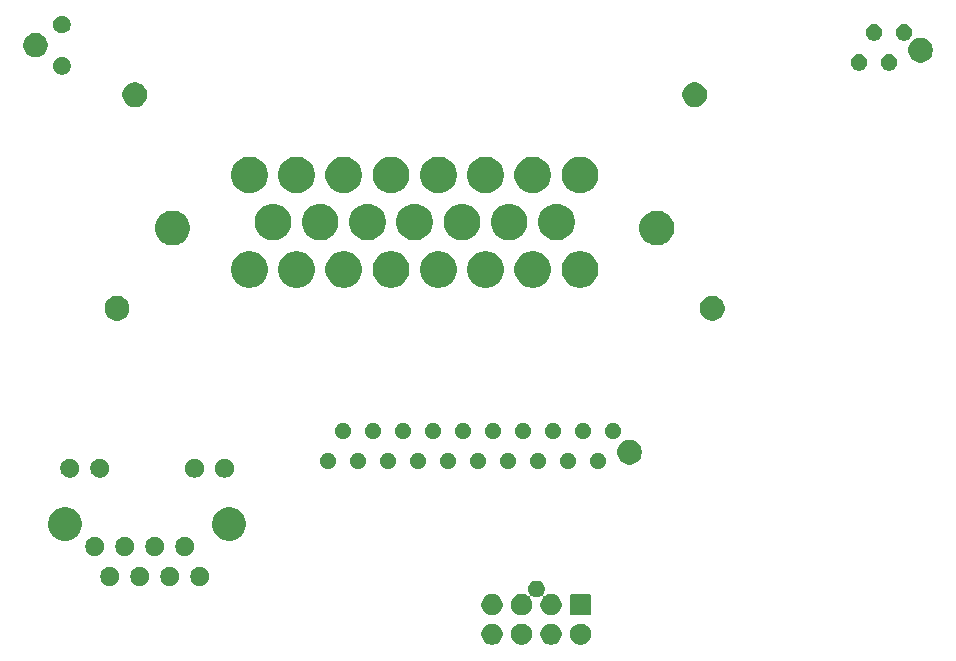
<source format=gts>
G04 #@! TF.GenerationSoftware,KiCad,Pcbnew,5.0.2-bee76a0~70~ubuntu18.04.1*
G04 #@! TF.CreationDate,2019-02-11T21:24:03-05:00*
G04 #@! TF.ProjectId,interface,696e7465-7266-4616-9365-2e6b69636164,rev?*
G04 #@! TF.SameCoordinates,Original*
G04 #@! TF.FileFunction,Soldermask,Top*
G04 #@! TF.FilePolarity,Negative*
%FSLAX46Y46*%
G04 Gerber Fmt 4.6, Leading zero omitted, Abs format (unit mm)*
G04 Created by KiCad (PCBNEW 5.0.2-bee76a0~70~ubuntu18.04.1) date Mon 11 Feb 2019 09:24:03 PM EST*
%MOMM*%
%LPD*%
G01*
G04 APERTURE LIST*
%ADD10C,0.076200*%
G04 APERTURE END LIST*
D10*
G36*
X58174812Y-121394624D02*
X58338784Y-121462544D01*
X58486354Y-121561147D01*
X58611853Y-121686646D01*
X58710456Y-121834216D01*
X58778376Y-121998188D01*
X58813000Y-122172259D01*
X58813000Y-122349741D01*
X58778376Y-122523812D01*
X58710456Y-122687784D01*
X58611853Y-122835354D01*
X58486354Y-122960853D01*
X58338784Y-123059456D01*
X58174812Y-123127376D01*
X58000741Y-123162000D01*
X57823259Y-123162000D01*
X57649188Y-123127376D01*
X57485216Y-123059456D01*
X57337646Y-122960853D01*
X57212147Y-122835354D01*
X57113544Y-122687784D01*
X57045624Y-122523812D01*
X57011000Y-122349741D01*
X57011000Y-122172259D01*
X57045624Y-121998188D01*
X57113544Y-121834216D01*
X57212147Y-121686646D01*
X57337646Y-121561147D01*
X57485216Y-121462544D01*
X57649188Y-121394624D01*
X57823259Y-121360000D01*
X58000741Y-121360000D01*
X58174812Y-121394624D01*
X58174812Y-121394624D01*
G37*
G36*
X60674812Y-121394624D02*
X60838784Y-121462544D01*
X60986354Y-121561147D01*
X61111853Y-121686646D01*
X61210456Y-121834216D01*
X61278376Y-121998188D01*
X61313000Y-122172259D01*
X61313000Y-122349741D01*
X61278376Y-122523812D01*
X61210456Y-122687784D01*
X61111853Y-122835354D01*
X60986354Y-122960853D01*
X60838784Y-123059456D01*
X60674812Y-123127376D01*
X60500741Y-123162000D01*
X60323259Y-123162000D01*
X60149188Y-123127376D01*
X59985216Y-123059456D01*
X59837646Y-122960853D01*
X59712147Y-122835354D01*
X59613544Y-122687784D01*
X59545624Y-122523812D01*
X59511000Y-122349741D01*
X59511000Y-122172259D01*
X59545624Y-121998188D01*
X59613544Y-121834216D01*
X59712147Y-121686646D01*
X59837646Y-121561147D01*
X59985216Y-121462544D01*
X60149188Y-121394624D01*
X60323259Y-121360000D01*
X60500741Y-121360000D01*
X60674812Y-121394624D01*
X60674812Y-121394624D01*
G37*
G36*
X63174812Y-121394624D02*
X63338784Y-121462544D01*
X63486354Y-121561147D01*
X63611853Y-121686646D01*
X63710456Y-121834216D01*
X63778376Y-121998188D01*
X63813000Y-122172259D01*
X63813000Y-122349741D01*
X63778376Y-122523812D01*
X63710456Y-122687784D01*
X63611853Y-122835354D01*
X63486354Y-122960853D01*
X63338784Y-123059456D01*
X63174812Y-123127376D01*
X63000741Y-123162000D01*
X62823259Y-123162000D01*
X62649188Y-123127376D01*
X62485216Y-123059456D01*
X62337646Y-122960853D01*
X62212147Y-122835354D01*
X62113544Y-122687784D01*
X62045624Y-122523812D01*
X62011000Y-122349741D01*
X62011000Y-122172259D01*
X62045624Y-121998188D01*
X62113544Y-121834216D01*
X62212147Y-121686646D01*
X62337646Y-121561147D01*
X62485216Y-121462544D01*
X62649188Y-121394624D01*
X62823259Y-121360000D01*
X63000741Y-121360000D01*
X63174812Y-121394624D01*
X63174812Y-121394624D01*
G37*
G36*
X55674812Y-121394624D02*
X55838784Y-121462544D01*
X55986354Y-121561147D01*
X56111853Y-121686646D01*
X56210456Y-121834216D01*
X56278376Y-121998188D01*
X56313000Y-122172259D01*
X56313000Y-122349741D01*
X56278376Y-122523812D01*
X56210456Y-122687784D01*
X56111853Y-122835354D01*
X55986354Y-122960853D01*
X55838784Y-123059456D01*
X55674812Y-123127376D01*
X55500741Y-123162000D01*
X55323259Y-123162000D01*
X55149188Y-123127376D01*
X54985216Y-123059456D01*
X54837646Y-122960853D01*
X54712147Y-122835354D01*
X54613544Y-122687784D01*
X54545624Y-122523812D01*
X54511000Y-122349741D01*
X54511000Y-122172259D01*
X54545624Y-121998188D01*
X54613544Y-121834216D01*
X54712147Y-121686646D01*
X54837646Y-121561147D01*
X54985216Y-121462544D01*
X55149188Y-121394624D01*
X55323259Y-121360000D01*
X55500741Y-121360000D01*
X55674812Y-121394624D01*
X55674812Y-121394624D01*
G37*
G36*
X63670600Y-118863989D02*
X63703649Y-118874014D01*
X63734106Y-118890294D01*
X63760799Y-118912201D01*
X63782706Y-118938894D01*
X63798986Y-118969351D01*
X63809011Y-119002400D01*
X63813000Y-119042904D01*
X63813000Y-120479096D01*
X63809011Y-120519600D01*
X63798986Y-120552649D01*
X63782706Y-120583106D01*
X63760799Y-120609799D01*
X63734106Y-120631706D01*
X63703649Y-120647986D01*
X63670600Y-120658011D01*
X63630096Y-120662000D01*
X62193904Y-120662000D01*
X62153400Y-120658011D01*
X62120351Y-120647986D01*
X62089894Y-120631706D01*
X62063201Y-120609799D01*
X62041294Y-120583106D01*
X62025014Y-120552649D01*
X62014989Y-120519600D01*
X62011000Y-120479096D01*
X62011000Y-119042904D01*
X62014989Y-119002400D01*
X62025014Y-118969351D01*
X62041294Y-118938894D01*
X62063201Y-118912201D01*
X62089894Y-118890294D01*
X62120351Y-118874014D01*
X62153400Y-118863989D01*
X62193904Y-118860000D01*
X63630096Y-118860000D01*
X63670600Y-118863989D01*
X63670600Y-118863989D01*
G37*
G36*
X55674812Y-118894624D02*
X55838784Y-118962544D01*
X55986354Y-119061147D01*
X56111853Y-119186646D01*
X56210456Y-119334216D01*
X56278376Y-119498188D01*
X56313000Y-119672259D01*
X56313000Y-119849741D01*
X56278376Y-120023812D01*
X56210456Y-120187784D01*
X56111853Y-120335354D01*
X55986354Y-120460853D01*
X55838784Y-120559456D01*
X55674812Y-120627376D01*
X55500741Y-120662000D01*
X55323259Y-120662000D01*
X55149188Y-120627376D01*
X54985216Y-120559456D01*
X54837646Y-120460853D01*
X54712147Y-120335354D01*
X54613544Y-120187784D01*
X54545624Y-120023812D01*
X54511000Y-119849741D01*
X54511000Y-119672259D01*
X54545624Y-119498188D01*
X54613544Y-119334216D01*
X54712147Y-119186646D01*
X54837646Y-119061147D01*
X54985216Y-118962544D01*
X55149188Y-118894624D01*
X55323259Y-118860000D01*
X55500741Y-118860000D01*
X55674812Y-118894624D01*
X55674812Y-118894624D01*
G37*
G36*
X59366472Y-117746938D02*
X59494049Y-117799782D01*
X59608865Y-117876500D01*
X59706500Y-117974135D01*
X59783218Y-118088951D01*
X59836062Y-118216528D01*
X59863000Y-118351956D01*
X59863000Y-118490044D01*
X59836062Y-118625472D01*
X59783218Y-118753049D01*
X59716540Y-118852840D01*
X59704989Y-118874451D01*
X59697876Y-118897900D01*
X59695474Y-118922286D01*
X59697876Y-118946673D01*
X59704989Y-118970122D01*
X59716540Y-118991733D01*
X59732086Y-119010675D01*
X59751028Y-119026220D01*
X59772639Y-119037771D01*
X59796088Y-119044884D01*
X59820474Y-119047286D01*
X59844861Y-119044884D01*
X59868310Y-119037771D01*
X59889910Y-119026225D01*
X59985216Y-118962544D01*
X60149188Y-118894624D01*
X60323259Y-118860000D01*
X60500741Y-118860000D01*
X60674812Y-118894624D01*
X60838784Y-118962544D01*
X60986354Y-119061147D01*
X61111853Y-119186646D01*
X61210456Y-119334216D01*
X61278376Y-119498188D01*
X61313000Y-119672259D01*
X61313000Y-119849741D01*
X61278376Y-120023812D01*
X61210456Y-120187784D01*
X61111853Y-120335354D01*
X60986354Y-120460853D01*
X60838784Y-120559456D01*
X60674812Y-120627376D01*
X60500741Y-120662000D01*
X60323259Y-120662000D01*
X60149188Y-120627376D01*
X59985216Y-120559456D01*
X59837646Y-120460853D01*
X59712147Y-120335354D01*
X59613544Y-120187784D01*
X59545624Y-120023812D01*
X59511000Y-119849741D01*
X59511000Y-119672259D01*
X59545624Y-119498188D01*
X59613544Y-119334216D01*
X59712147Y-119186646D01*
X59712151Y-119186642D01*
X59713269Y-119184969D01*
X59724820Y-119163359D01*
X59731933Y-119139909D01*
X59734335Y-119115523D01*
X59731933Y-119091137D01*
X59724820Y-119067688D01*
X59713269Y-119046077D01*
X59697723Y-119027135D01*
X59678781Y-119011589D01*
X59657171Y-119000038D01*
X59633721Y-118992925D01*
X59609335Y-118990523D01*
X59584949Y-118992925D01*
X59561500Y-119000038D01*
X59539889Y-119011589D01*
X59494049Y-119042218D01*
X59366472Y-119095062D01*
X59231044Y-119122000D01*
X59092956Y-119122000D01*
X58957528Y-119095062D01*
X58829951Y-119042218D01*
X58784111Y-119011589D01*
X58762500Y-119000038D01*
X58739051Y-118992925D01*
X58714664Y-118990523D01*
X58690278Y-118992925D01*
X58666829Y-119000038D01*
X58645218Y-119011590D01*
X58626276Y-119027135D01*
X58610731Y-119046077D01*
X58599180Y-119067688D01*
X58592067Y-119091137D01*
X58589665Y-119115524D01*
X58592067Y-119139910D01*
X58599180Y-119163359D01*
X58610731Y-119184969D01*
X58611849Y-119186642D01*
X58611853Y-119186646D01*
X58710456Y-119334216D01*
X58778376Y-119498188D01*
X58813000Y-119672259D01*
X58813000Y-119849741D01*
X58778376Y-120023812D01*
X58710456Y-120187784D01*
X58611853Y-120335354D01*
X58486354Y-120460853D01*
X58338784Y-120559456D01*
X58174812Y-120627376D01*
X58000741Y-120662000D01*
X57823259Y-120662000D01*
X57649188Y-120627376D01*
X57485216Y-120559456D01*
X57337646Y-120460853D01*
X57212147Y-120335354D01*
X57113544Y-120187784D01*
X57045624Y-120023812D01*
X57011000Y-119849741D01*
X57011000Y-119672259D01*
X57045624Y-119498188D01*
X57113544Y-119334216D01*
X57212147Y-119186646D01*
X57337646Y-119061147D01*
X57485216Y-118962544D01*
X57649188Y-118894624D01*
X57823259Y-118860000D01*
X58000741Y-118860000D01*
X58174812Y-118894624D01*
X58338784Y-118962544D01*
X58434090Y-119026225D01*
X58455690Y-119037771D01*
X58479140Y-119044884D01*
X58503526Y-119047286D01*
X58527912Y-119044884D01*
X58551361Y-119037771D01*
X58572972Y-119026220D01*
X58591914Y-119010674D01*
X58607460Y-118991732D01*
X58619011Y-118970122D01*
X58626124Y-118946672D01*
X58628526Y-118922286D01*
X58626124Y-118897900D01*
X58619011Y-118874451D01*
X58607460Y-118852840D01*
X58540782Y-118753049D01*
X58487938Y-118625472D01*
X58461000Y-118490044D01*
X58461000Y-118351956D01*
X58487938Y-118216528D01*
X58540782Y-118088951D01*
X58617500Y-117974135D01*
X58715135Y-117876500D01*
X58829951Y-117799782D01*
X58957528Y-117746938D01*
X59092956Y-117720000D01*
X59231044Y-117720000D01*
X59366472Y-117746938D01*
X59366472Y-117746938D01*
G37*
G36*
X30889643Y-116603781D02*
X31035415Y-116664162D01*
X31166611Y-116751824D01*
X31278176Y-116863389D01*
X31365838Y-116994585D01*
X31426219Y-117140357D01*
X31457000Y-117295107D01*
X31457000Y-117452893D01*
X31426219Y-117607643D01*
X31365838Y-117753415D01*
X31278176Y-117884611D01*
X31166611Y-117996176D01*
X31035415Y-118083838D01*
X30889643Y-118144219D01*
X30734893Y-118175000D01*
X30577107Y-118175000D01*
X30422357Y-118144219D01*
X30276585Y-118083838D01*
X30145389Y-117996176D01*
X30033824Y-117884611D01*
X29946162Y-117753415D01*
X29885781Y-117607643D01*
X29855000Y-117452893D01*
X29855000Y-117295107D01*
X29885781Y-117140357D01*
X29946162Y-116994585D01*
X30033824Y-116863389D01*
X30145389Y-116751824D01*
X30276585Y-116664162D01*
X30422357Y-116603781D01*
X30577107Y-116573000D01*
X30734893Y-116573000D01*
X30889643Y-116603781D01*
X30889643Y-116603781D01*
G37*
G36*
X28349643Y-116603781D02*
X28495415Y-116664162D01*
X28626611Y-116751824D01*
X28738176Y-116863389D01*
X28825838Y-116994585D01*
X28886219Y-117140357D01*
X28917000Y-117295107D01*
X28917000Y-117452893D01*
X28886219Y-117607643D01*
X28825838Y-117753415D01*
X28738176Y-117884611D01*
X28626611Y-117996176D01*
X28495415Y-118083838D01*
X28349643Y-118144219D01*
X28194893Y-118175000D01*
X28037107Y-118175000D01*
X27882357Y-118144219D01*
X27736585Y-118083838D01*
X27605389Y-117996176D01*
X27493824Y-117884611D01*
X27406162Y-117753415D01*
X27345781Y-117607643D01*
X27315000Y-117452893D01*
X27315000Y-117295107D01*
X27345781Y-117140357D01*
X27406162Y-116994585D01*
X27493824Y-116863389D01*
X27605389Y-116751824D01*
X27736585Y-116664162D01*
X27882357Y-116603781D01*
X28037107Y-116573000D01*
X28194893Y-116573000D01*
X28349643Y-116603781D01*
X28349643Y-116603781D01*
G37*
G36*
X23269643Y-116603781D02*
X23415415Y-116664162D01*
X23546611Y-116751824D01*
X23658176Y-116863389D01*
X23745838Y-116994585D01*
X23806219Y-117140357D01*
X23837000Y-117295107D01*
X23837000Y-117452893D01*
X23806219Y-117607643D01*
X23745838Y-117753415D01*
X23658176Y-117884611D01*
X23546611Y-117996176D01*
X23415415Y-118083838D01*
X23269643Y-118144219D01*
X23114893Y-118175000D01*
X22957107Y-118175000D01*
X22802357Y-118144219D01*
X22656585Y-118083838D01*
X22525389Y-117996176D01*
X22413824Y-117884611D01*
X22326162Y-117753415D01*
X22265781Y-117607643D01*
X22235000Y-117452893D01*
X22235000Y-117295107D01*
X22265781Y-117140357D01*
X22326162Y-116994585D01*
X22413824Y-116863389D01*
X22525389Y-116751824D01*
X22656585Y-116664162D01*
X22802357Y-116603781D01*
X22957107Y-116573000D01*
X23114893Y-116573000D01*
X23269643Y-116603781D01*
X23269643Y-116603781D01*
G37*
G36*
X25809643Y-116603781D02*
X25955415Y-116664162D01*
X26086611Y-116751824D01*
X26198176Y-116863389D01*
X26285838Y-116994585D01*
X26346219Y-117140357D01*
X26377000Y-117295107D01*
X26377000Y-117452893D01*
X26346219Y-117607643D01*
X26285838Y-117753415D01*
X26198176Y-117884611D01*
X26086611Y-117996176D01*
X25955415Y-118083838D01*
X25809643Y-118144219D01*
X25654893Y-118175000D01*
X25497107Y-118175000D01*
X25342357Y-118144219D01*
X25196585Y-118083838D01*
X25065389Y-117996176D01*
X24953824Y-117884611D01*
X24866162Y-117753415D01*
X24805781Y-117607643D01*
X24775000Y-117452893D01*
X24775000Y-117295107D01*
X24805781Y-117140357D01*
X24866162Y-116994585D01*
X24953824Y-116863389D01*
X25065389Y-116751824D01*
X25196585Y-116664162D01*
X25342357Y-116603781D01*
X25497107Y-116573000D01*
X25654893Y-116573000D01*
X25809643Y-116603781D01*
X25809643Y-116603781D01*
G37*
G36*
X27079643Y-114063781D02*
X27225415Y-114124162D01*
X27356611Y-114211824D01*
X27468176Y-114323389D01*
X27555838Y-114454585D01*
X27616219Y-114600357D01*
X27647000Y-114755107D01*
X27647000Y-114912893D01*
X27616219Y-115067643D01*
X27555838Y-115213415D01*
X27468176Y-115344611D01*
X27356611Y-115456176D01*
X27225415Y-115543838D01*
X27079643Y-115604219D01*
X26924893Y-115635000D01*
X26767107Y-115635000D01*
X26612357Y-115604219D01*
X26466585Y-115543838D01*
X26335389Y-115456176D01*
X26223824Y-115344611D01*
X26136162Y-115213415D01*
X26075781Y-115067643D01*
X26045000Y-114912893D01*
X26045000Y-114755107D01*
X26075781Y-114600357D01*
X26136162Y-114454585D01*
X26223824Y-114323389D01*
X26335389Y-114211824D01*
X26466585Y-114124162D01*
X26612357Y-114063781D01*
X26767107Y-114033000D01*
X26924893Y-114033000D01*
X27079643Y-114063781D01*
X27079643Y-114063781D01*
G37*
G36*
X21999643Y-114063781D02*
X22145415Y-114124162D01*
X22276611Y-114211824D01*
X22388176Y-114323389D01*
X22475838Y-114454585D01*
X22536219Y-114600357D01*
X22567000Y-114755107D01*
X22567000Y-114912893D01*
X22536219Y-115067643D01*
X22475838Y-115213415D01*
X22388176Y-115344611D01*
X22276611Y-115456176D01*
X22145415Y-115543838D01*
X21999643Y-115604219D01*
X21844893Y-115635000D01*
X21687107Y-115635000D01*
X21532357Y-115604219D01*
X21386585Y-115543838D01*
X21255389Y-115456176D01*
X21143824Y-115344611D01*
X21056162Y-115213415D01*
X20995781Y-115067643D01*
X20965000Y-114912893D01*
X20965000Y-114755107D01*
X20995781Y-114600357D01*
X21056162Y-114454585D01*
X21143824Y-114323389D01*
X21255389Y-114211824D01*
X21386585Y-114124162D01*
X21532357Y-114063781D01*
X21687107Y-114033000D01*
X21844893Y-114033000D01*
X21999643Y-114063781D01*
X21999643Y-114063781D01*
G37*
G36*
X24539643Y-114063781D02*
X24685415Y-114124162D01*
X24816611Y-114211824D01*
X24928176Y-114323389D01*
X25015838Y-114454585D01*
X25076219Y-114600357D01*
X25107000Y-114755107D01*
X25107000Y-114912893D01*
X25076219Y-115067643D01*
X25015838Y-115213415D01*
X24928176Y-115344611D01*
X24816611Y-115456176D01*
X24685415Y-115543838D01*
X24539643Y-115604219D01*
X24384893Y-115635000D01*
X24227107Y-115635000D01*
X24072357Y-115604219D01*
X23926585Y-115543838D01*
X23795389Y-115456176D01*
X23683824Y-115344611D01*
X23596162Y-115213415D01*
X23535781Y-115067643D01*
X23505000Y-114912893D01*
X23505000Y-114755107D01*
X23535781Y-114600357D01*
X23596162Y-114454585D01*
X23683824Y-114323389D01*
X23795389Y-114211824D01*
X23926585Y-114124162D01*
X24072357Y-114063781D01*
X24227107Y-114033000D01*
X24384893Y-114033000D01*
X24539643Y-114063781D01*
X24539643Y-114063781D01*
G37*
G36*
X29619643Y-114063781D02*
X29765415Y-114124162D01*
X29896611Y-114211824D01*
X30008176Y-114323389D01*
X30095838Y-114454585D01*
X30156219Y-114600357D01*
X30187000Y-114755107D01*
X30187000Y-114912893D01*
X30156219Y-115067643D01*
X30095838Y-115213415D01*
X30008176Y-115344611D01*
X29896611Y-115456176D01*
X29765415Y-115543838D01*
X29619643Y-115604219D01*
X29464893Y-115635000D01*
X29307107Y-115635000D01*
X29152357Y-115604219D01*
X29006585Y-115543838D01*
X28875389Y-115456176D01*
X28763824Y-115344611D01*
X28676162Y-115213415D01*
X28615781Y-115067643D01*
X28585000Y-114912893D01*
X28585000Y-114755107D01*
X28615781Y-114600357D01*
X28676162Y-114454585D01*
X28763824Y-114323389D01*
X28875389Y-114211824D01*
X29006585Y-114124162D01*
X29152357Y-114063781D01*
X29307107Y-114033000D01*
X29464893Y-114033000D01*
X29619643Y-114063781D01*
X29619643Y-114063781D01*
G37*
G36*
X19681949Y-111582800D02*
X19941463Y-111690294D01*
X20175025Y-111846355D01*
X20373645Y-112044975D01*
X20529706Y-112278537D01*
X20637200Y-112538051D01*
X20692000Y-112813550D01*
X20692000Y-113094450D01*
X20637200Y-113369949D01*
X20529706Y-113629463D01*
X20373645Y-113863025D01*
X20175025Y-114061645D01*
X19941463Y-114217706D01*
X19681949Y-114325200D01*
X19406450Y-114380000D01*
X19125550Y-114380000D01*
X18850051Y-114325200D01*
X18590537Y-114217706D01*
X18356975Y-114061645D01*
X18158355Y-113863025D01*
X18002294Y-113629463D01*
X17894800Y-113369949D01*
X17840000Y-113094450D01*
X17840000Y-112813550D01*
X17894800Y-112538051D01*
X18002294Y-112278537D01*
X18158355Y-112044975D01*
X18356975Y-111846355D01*
X18590537Y-111690294D01*
X18850051Y-111582800D01*
X19125550Y-111528000D01*
X19406450Y-111528000D01*
X19681949Y-111582800D01*
X19681949Y-111582800D01*
G37*
G36*
X33581949Y-111582800D02*
X33841463Y-111690294D01*
X34075025Y-111846355D01*
X34273645Y-112044975D01*
X34429706Y-112278537D01*
X34537200Y-112538051D01*
X34592000Y-112813550D01*
X34592000Y-113094450D01*
X34537200Y-113369949D01*
X34429706Y-113629463D01*
X34273645Y-113863025D01*
X34075025Y-114061645D01*
X33841463Y-114217706D01*
X33581949Y-114325200D01*
X33306450Y-114380000D01*
X33025550Y-114380000D01*
X32750051Y-114325200D01*
X32490537Y-114217706D01*
X32256975Y-114061645D01*
X32058355Y-113863025D01*
X31902294Y-113629463D01*
X31794800Y-113369949D01*
X31740000Y-113094450D01*
X31740000Y-112813550D01*
X31794800Y-112538051D01*
X31902294Y-112278537D01*
X32058355Y-112044975D01*
X32256975Y-111846355D01*
X32490537Y-111690294D01*
X32750051Y-111582800D01*
X33025550Y-111528000D01*
X33306450Y-111528000D01*
X33581949Y-111582800D01*
X33581949Y-111582800D01*
G37*
G36*
X19899643Y-107433781D02*
X20045415Y-107494162D01*
X20176611Y-107581824D01*
X20288176Y-107693389D01*
X20375838Y-107824585D01*
X20436219Y-107970357D01*
X20467000Y-108125107D01*
X20467000Y-108282893D01*
X20436219Y-108437643D01*
X20375838Y-108583415D01*
X20288176Y-108714611D01*
X20176611Y-108826176D01*
X20045415Y-108913838D01*
X19899643Y-108974219D01*
X19744893Y-109005000D01*
X19587107Y-109005000D01*
X19432357Y-108974219D01*
X19286585Y-108913838D01*
X19155389Y-108826176D01*
X19043824Y-108714611D01*
X18956162Y-108583415D01*
X18895781Y-108437643D01*
X18865000Y-108282893D01*
X18865000Y-108125107D01*
X18895781Y-107970357D01*
X18956162Y-107824585D01*
X19043824Y-107693389D01*
X19155389Y-107581824D01*
X19286585Y-107494162D01*
X19432357Y-107433781D01*
X19587107Y-107403000D01*
X19744893Y-107403000D01*
X19899643Y-107433781D01*
X19899643Y-107433781D01*
G37*
G36*
X30459643Y-107433781D02*
X30605415Y-107494162D01*
X30736611Y-107581824D01*
X30848176Y-107693389D01*
X30935838Y-107824585D01*
X30996219Y-107970357D01*
X31027000Y-108125107D01*
X31027000Y-108282893D01*
X30996219Y-108437643D01*
X30935838Y-108583415D01*
X30848176Y-108714611D01*
X30736611Y-108826176D01*
X30605415Y-108913838D01*
X30459643Y-108974219D01*
X30304893Y-109005000D01*
X30147107Y-109005000D01*
X29992357Y-108974219D01*
X29846585Y-108913838D01*
X29715389Y-108826176D01*
X29603824Y-108714611D01*
X29516162Y-108583415D01*
X29455781Y-108437643D01*
X29425000Y-108282893D01*
X29425000Y-108125107D01*
X29455781Y-107970357D01*
X29516162Y-107824585D01*
X29603824Y-107693389D01*
X29715389Y-107581824D01*
X29846585Y-107494162D01*
X29992357Y-107433781D01*
X30147107Y-107403000D01*
X30304893Y-107403000D01*
X30459643Y-107433781D01*
X30459643Y-107433781D01*
G37*
G36*
X32999643Y-107433781D02*
X33145415Y-107494162D01*
X33276611Y-107581824D01*
X33388176Y-107693389D01*
X33475838Y-107824585D01*
X33536219Y-107970357D01*
X33567000Y-108125107D01*
X33567000Y-108282893D01*
X33536219Y-108437643D01*
X33475838Y-108583415D01*
X33388176Y-108714611D01*
X33276611Y-108826176D01*
X33145415Y-108913838D01*
X32999643Y-108974219D01*
X32844893Y-109005000D01*
X32687107Y-109005000D01*
X32532357Y-108974219D01*
X32386585Y-108913838D01*
X32255389Y-108826176D01*
X32143824Y-108714611D01*
X32056162Y-108583415D01*
X31995781Y-108437643D01*
X31965000Y-108282893D01*
X31965000Y-108125107D01*
X31995781Y-107970357D01*
X32056162Y-107824585D01*
X32143824Y-107693389D01*
X32255389Y-107581824D01*
X32386585Y-107494162D01*
X32532357Y-107433781D01*
X32687107Y-107403000D01*
X32844893Y-107403000D01*
X32999643Y-107433781D01*
X32999643Y-107433781D01*
G37*
G36*
X22439643Y-107433781D02*
X22585415Y-107494162D01*
X22716611Y-107581824D01*
X22828176Y-107693389D01*
X22915838Y-107824585D01*
X22976219Y-107970357D01*
X23007000Y-108125107D01*
X23007000Y-108282893D01*
X22976219Y-108437643D01*
X22915838Y-108583415D01*
X22828176Y-108714611D01*
X22716611Y-108826176D01*
X22585415Y-108913838D01*
X22439643Y-108974219D01*
X22284893Y-109005000D01*
X22127107Y-109005000D01*
X21972357Y-108974219D01*
X21826585Y-108913838D01*
X21695389Y-108826176D01*
X21583824Y-108714611D01*
X21496162Y-108583415D01*
X21435781Y-108437643D01*
X21405000Y-108282893D01*
X21405000Y-108125107D01*
X21435781Y-107970357D01*
X21496162Y-107824585D01*
X21583824Y-107693389D01*
X21695389Y-107581824D01*
X21826585Y-107494162D01*
X21972357Y-107433781D01*
X22127107Y-107403000D01*
X22284893Y-107403000D01*
X22439643Y-107433781D01*
X22439643Y-107433781D01*
G37*
G36*
X46813472Y-106914438D02*
X46941049Y-106967282D01*
X47055865Y-107044000D01*
X47153500Y-107141635D01*
X47230218Y-107256451D01*
X47283062Y-107384028D01*
X47310000Y-107519456D01*
X47310000Y-107657544D01*
X47283062Y-107792972D01*
X47230218Y-107920549D01*
X47153500Y-108035365D01*
X47055865Y-108133000D01*
X46941049Y-108209718D01*
X46813472Y-108262562D01*
X46678044Y-108289500D01*
X46539956Y-108289500D01*
X46404528Y-108262562D01*
X46276951Y-108209718D01*
X46162135Y-108133000D01*
X46064500Y-108035365D01*
X45987782Y-107920549D01*
X45934938Y-107792972D01*
X45908000Y-107657544D01*
X45908000Y-107519456D01*
X45934938Y-107384028D01*
X45987782Y-107256451D01*
X46064500Y-107141635D01*
X46162135Y-107044000D01*
X46276951Y-106967282D01*
X46404528Y-106914438D01*
X46539956Y-106887500D01*
X46678044Y-106887500D01*
X46813472Y-106914438D01*
X46813472Y-106914438D01*
G37*
G36*
X41733472Y-106914438D02*
X41861049Y-106967282D01*
X41975865Y-107044000D01*
X42073500Y-107141635D01*
X42150218Y-107256451D01*
X42203062Y-107384028D01*
X42230000Y-107519456D01*
X42230000Y-107657544D01*
X42203062Y-107792972D01*
X42150218Y-107920549D01*
X42073500Y-108035365D01*
X41975865Y-108133000D01*
X41861049Y-108209718D01*
X41733472Y-108262562D01*
X41598044Y-108289500D01*
X41459956Y-108289500D01*
X41324528Y-108262562D01*
X41196951Y-108209718D01*
X41082135Y-108133000D01*
X40984500Y-108035365D01*
X40907782Y-107920549D01*
X40854938Y-107792972D01*
X40828000Y-107657544D01*
X40828000Y-107519456D01*
X40854938Y-107384028D01*
X40907782Y-107256451D01*
X40984500Y-107141635D01*
X41082135Y-107044000D01*
X41196951Y-106967282D01*
X41324528Y-106914438D01*
X41459956Y-106887500D01*
X41598044Y-106887500D01*
X41733472Y-106914438D01*
X41733472Y-106914438D01*
G37*
G36*
X44273472Y-106914438D02*
X44401049Y-106967282D01*
X44515865Y-107044000D01*
X44613500Y-107141635D01*
X44690218Y-107256451D01*
X44743062Y-107384028D01*
X44770000Y-107519456D01*
X44770000Y-107657544D01*
X44743062Y-107792972D01*
X44690218Y-107920549D01*
X44613500Y-108035365D01*
X44515865Y-108133000D01*
X44401049Y-108209718D01*
X44273472Y-108262562D01*
X44138044Y-108289500D01*
X43999956Y-108289500D01*
X43864528Y-108262562D01*
X43736951Y-108209718D01*
X43622135Y-108133000D01*
X43524500Y-108035365D01*
X43447782Y-107920549D01*
X43394938Y-107792972D01*
X43368000Y-107657544D01*
X43368000Y-107519456D01*
X43394938Y-107384028D01*
X43447782Y-107256451D01*
X43524500Y-107141635D01*
X43622135Y-107044000D01*
X43736951Y-106967282D01*
X43864528Y-106914438D01*
X43999956Y-106887500D01*
X44138044Y-106887500D01*
X44273472Y-106914438D01*
X44273472Y-106914438D01*
G37*
G36*
X51893472Y-106914438D02*
X52021049Y-106967282D01*
X52135865Y-107044000D01*
X52233500Y-107141635D01*
X52310218Y-107256451D01*
X52363062Y-107384028D01*
X52390000Y-107519456D01*
X52390000Y-107657544D01*
X52363062Y-107792972D01*
X52310218Y-107920549D01*
X52233500Y-108035365D01*
X52135865Y-108133000D01*
X52021049Y-108209718D01*
X51893472Y-108262562D01*
X51758044Y-108289500D01*
X51619956Y-108289500D01*
X51484528Y-108262562D01*
X51356951Y-108209718D01*
X51242135Y-108133000D01*
X51144500Y-108035365D01*
X51067782Y-107920549D01*
X51014938Y-107792972D01*
X50988000Y-107657544D01*
X50988000Y-107519456D01*
X51014938Y-107384028D01*
X51067782Y-107256451D01*
X51144500Y-107141635D01*
X51242135Y-107044000D01*
X51356951Y-106967282D01*
X51484528Y-106914438D01*
X51619956Y-106887500D01*
X51758044Y-106887500D01*
X51893472Y-106914438D01*
X51893472Y-106914438D01*
G37*
G36*
X54433472Y-106914438D02*
X54561049Y-106967282D01*
X54675865Y-107044000D01*
X54773500Y-107141635D01*
X54850218Y-107256451D01*
X54903062Y-107384028D01*
X54930000Y-107519456D01*
X54930000Y-107657544D01*
X54903062Y-107792972D01*
X54850218Y-107920549D01*
X54773500Y-108035365D01*
X54675865Y-108133000D01*
X54561049Y-108209718D01*
X54433472Y-108262562D01*
X54298044Y-108289500D01*
X54159956Y-108289500D01*
X54024528Y-108262562D01*
X53896951Y-108209718D01*
X53782135Y-108133000D01*
X53684500Y-108035365D01*
X53607782Y-107920549D01*
X53554938Y-107792972D01*
X53528000Y-107657544D01*
X53528000Y-107519456D01*
X53554938Y-107384028D01*
X53607782Y-107256451D01*
X53684500Y-107141635D01*
X53782135Y-107044000D01*
X53896951Y-106967282D01*
X54024528Y-106914438D01*
X54159956Y-106887500D01*
X54298044Y-106887500D01*
X54433472Y-106914438D01*
X54433472Y-106914438D01*
G37*
G36*
X56973472Y-106914438D02*
X57101049Y-106967282D01*
X57215865Y-107044000D01*
X57313500Y-107141635D01*
X57390218Y-107256451D01*
X57443062Y-107384028D01*
X57470000Y-107519456D01*
X57470000Y-107657544D01*
X57443062Y-107792972D01*
X57390218Y-107920549D01*
X57313500Y-108035365D01*
X57215865Y-108133000D01*
X57101049Y-108209718D01*
X56973472Y-108262562D01*
X56838044Y-108289500D01*
X56699956Y-108289500D01*
X56564528Y-108262562D01*
X56436951Y-108209718D01*
X56322135Y-108133000D01*
X56224500Y-108035365D01*
X56147782Y-107920549D01*
X56094938Y-107792972D01*
X56068000Y-107657544D01*
X56068000Y-107519456D01*
X56094938Y-107384028D01*
X56147782Y-107256451D01*
X56224500Y-107141635D01*
X56322135Y-107044000D01*
X56436951Y-106967282D01*
X56564528Y-106914438D01*
X56699956Y-106887500D01*
X56838044Y-106887500D01*
X56973472Y-106914438D01*
X56973472Y-106914438D01*
G37*
G36*
X59513472Y-106914438D02*
X59641049Y-106967282D01*
X59755865Y-107044000D01*
X59853500Y-107141635D01*
X59930218Y-107256451D01*
X59983062Y-107384028D01*
X60010000Y-107519456D01*
X60010000Y-107657544D01*
X59983062Y-107792972D01*
X59930218Y-107920549D01*
X59853500Y-108035365D01*
X59755865Y-108133000D01*
X59641049Y-108209718D01*
X59513472Y-108262562D01*
X59378044Y-108289500D01*
X59239956Y-108289500D01*
X59104528Y-108262562D01*
X58976951Y-108209718D01*
X58862135Y-108133000D01*
X58764500Y-108035365D01*
X58687782Y-107920549D01*
X58634938Y-107792972D01*
X58608000Y-107657544D01*
X58608000Y-107519456D01*
X58634938Y-107384028D01*
X58687782Y-107256451D01*
X58764500Y-107141635D01*
X58862135Y-107044000D01*
X58976951Y-106967282D01*
X59104528Y-106914438D01*
X59239956Y-106887500D01*
X59378044Y-106887500D01*
X59513472Y-106914438D01*
X59513472Y-106914438D01*
G37*
G36*
X62053472Y-106914438D02*
X62181049Y-106967282D01*
X62295865Y-107044000D01*
X62393500Y-107141635D01*
X62470218Y-107256451D01*
X62523062Y-107384028D01*
X62550000Y-107519456D01*
X62550000Y-107657544D01*
X62523062Y-107792972D01*
X62470218Y-107920549D01*
X62393500Y-108035365D01*
X62295865Y-108133000D01*
X62181049Y-108209718D01*
X62053472Y-108262562D01*
X61918044Y-108289500D01*
X61779956Y-108289500D01*
X61644528Y-108262562D01*
X61516951Y-108209718D01*
X61402135Y-108133000D01*
X61304500Y-108035365D01*
X61227782Y-107920549D01*
X61174938Y-107792972D01*
X61148000Y-107657544D01*
X61148000Y-107519456D01*
X61174938Y-107384028D01*
X61227782Y-107256451D01*
X61304500Y-107141635D01*
X61402135Y-107044000D01*
X61516951Y-106967282D01*
X61644528Y-106914438D01*
X61779956Y-106887500D01*
X61918044Y-106887500D01*
X62053472Y-106914438D01*
X62053472Y-106914438D01*
G37*
G36*
X64593472Y-106914438D02*
X64721049Y-106967282D01*
X64835865Y-107044000D01*
X64933500Y-107141635D01*
X65010218Y-107256451D01*
X65063062Y-107384028D01*
X65090000Y-107519456D01*
X65090000Y-107657544D01*
X65063062Y-107792972D01*
X65010218Y-107920549D01*
X64933500Y-108035365D01*
X64835865Y-108133000D01*
X64721049Y-108209718D01*
X64593472Y-108262562D01*
X64458044Y-108289500D01*
X64319956Y-108289500D01*
X64184528Y-108262562D01*
X64056951Y-108209718D01*
X63942135Y-108133000D01*
X63844500Y-108035365D01*
X63767782Y-107920549D01*
X63714938Y-107792972D01*
X63688000Y-107657544D01*
X63688000Y-107519456D01*
X63714938Y-107384028D01*
X63767782Y-107256451D01*
X63844500Y-107141635D01*
X63942135Y-107044000D01*
X64056951Y-106967282D01*
X64184528Y-106914438D01*
X64319956Y-106887500D01*
X64458044Y-106887500D01*
X64593472Y-106914438D01*
X64593472Y-106914438D01*
G37*
G36*
X49353472Y-106914438D02*
X49481049Y-106967282D01*
X49595865Y-107044000D01*
X49693500Y-107141635D01*
X49770218Y-107256451D01*
X49823062Y-107384028D01*
X49850000Y-107519456D01*
X49850000Y-107657544D01*
X49823062Y-107792972D01*
X49770218Y-107920549D01*
X49693500Y-108035365D01*
X49595865Y-108133000D01*
X49481049Y-108209718D01*
X49353472Y-108262562D01*
X49218044Y-108289500D01*
X49079956Y-108289500D01*
X48944528Y-108262562D01*
X48816951Y-108209718D01*
X48702135Y-108133000D01*
X48604500Y-108035365D01*
X48527782Y-107920549D01*
X48474938Y-107792972D01*
X48448000Y-107657544D01*
X48448000Y-107519456D01*
X48474938Y-107384028D01*
X48527782Y-107256451D01*
X48604500Y-107141635D01*
X48702135Y-107044000D01*
X48816951Y-106967282D01*
X48944528Y-106914438D01*
X49079956Y-106887500D01*
X49218044Y-106887500D01*
X49353472Y-106914438D01*
X49353472Y-106914438D01*
G37*
G36*
X67365565Y-105837889D02*
X67556834Y-105917115D01*
X67728976Y-106032137D01*
X67875363Y-106178524D01*
X67990385Y-106350666D01*
X68069611Y-106541935D01*
X68110000Y-106744984D01*
X68110000Y-106952016D01*
X68069611Y-107155065D01*
X67990385Y-107346334D01*
X67875363Y-107518476D01*
X67728976Y-107664863D01*
X67556834Y-107779885D01*
X67365565Y-107859111D01*
X67162516Y-107899500D01*
X66955484Y-107899500D01*
X66752435Y-107859111D01*
X66561166Y-107779885D01*
X66389024Y-107664863D01*
X66242637Y-107518476D01*
X66127615Y-107346334D01*
X66048389Y-107155065D01*
X66008000Y-106952016D01*
X66008000Y-106744984D01*
X66048389Y-106541935D01*
X66127615Y-106350666D01*
X66242637Y-106178524D01*
X66389024Y-106032137D01*
X66561166Y-105917115D01*
X66752435Y-105837889D01*
X66955484Y-105797500D01*
X67162516Y-105797500D01*
X67365565Y-105837889D01*
X67365565Y-105837889D01*
G37*
G36*
X53163472Y-104374438D02*
X53291049Y-104427282D01*
X53405865Y-104504000D01*
X53503500Y-104601635D01*
X53580218Y-104716451D01*
X53633062Y-104844028D01*
X53660000Y-104979456D01*
X53660000Y-105117544D01*
X53633062Y-105252972D01*
X53580218Y-105380549D01*
X53503500Y-105495365D01*
X53405865Y-105593000D01*
X53291049Y-105669718D01*
X53163472Y-105722562D01*
X53028044Y-105749500D01*
X52889956Y-105749500D01*
X52754528Y-105722562D01*
X52626951Y-105669718D01*
X52512135Y-105593000D01*
X52414500Y-105495365D01*
X52337782Y-105380549D01*
X52284938Y-105252972D01*
X52258000Y-105117544D01*
X52258000Y-104979456D01*
X52284938Y-104844028D01*
X52337782Y-104716451D01*
X52414500Y-104601635D01*
X52512135Y-104504000D01*
X52626951Y-104427282D01*
X52754528Y-104374438D01*
X52889956Y-104347500D01*
X53028044Y-104347500D01*
X53163472Y-104374438D01*
X53163472Y-104374438D01*
G37*
G36*
X55703472Y-104374438D02*
X55831049Y-104427282D01*
X55945865Y-104504000D01*
X56043500Y-104601635D01*
X56120218Y-104716451D01*
X56173062Y-104844028D01*
X56200000Y-104979456D01*
X56200000Y-105117544D01*
X56173062Y-105252972D01*
X56120218Y-105380549D01*
X56043500Y-105495365D01*
X55945865Y-105593000D01*
X55831049Y-105669718D01*
X55703472Y-105722562D01*
X55568044Y-105749500D01*
X55429956Y-105749500D01*
X55294528Y-105722562D01*
X55166951Y-105669718D01*
X55052135Y-105593000D01*
X54954500Y-105495365D01*
X54877782Y-105380549D01*
X54824938Y-105252972D01*
X54798000Y-105117544D01*
X54798000Y-104979456D01*
X54824938Y-104844028D01*
X54877782Y-104716451D01*
X54954500Y-104601635D01*
X55052135Y-104504000D01*
X55166951Y-104427282D01*
X55294528Y-104374438D01*
X55429956Y-104347500D01*
X55568044Y-104347500D01*
X55703472Y-104374438D01*
X55703472Y-104374438D01*
G37*
G36*
X50623472Y-104374438D02*
X50751049Y-104427282D01*
X50865865Y-104504000D01*
X50963500Y-104601635D01*
X51040218Y-104716451D01*
X51093062Y-104844028D01*
X51120000Y-104979456D01*
X51120000Y-105117544D01*
X51093062Y-105252972D01*
X51040218Y-105380549D01*
X50963500Y-105495365D01*
X50865865Y-105593000D01*
X50751049Y-105669718D01*
X50623472Y-105722562D01*
X50488044Y-105749500D01*
X50349956Y-105749500D01*
X50214528Y-105722562D01*
X50086951Y-105669718D01*
X49972135Y-105593000D01*
X49874500Y-105495365D01*
X49797782Y-105380549D01*
X49744938Y-105252972D01*
X49718000Y-105117544D01*
X49718000Y-104979456D01*
X49744938Y-104844028D01*
X49797782Y-104716451D01*
X49874500Y-104601635D01*
X49972135Y-104504000D01*
X50086951Y-104427282D01*
X50214528Y-104374438D01*
X50349956Y-104347500D01*
X50488044Y-104347500D01*
X50623472Y-104374438D01*
X50623472Y-104374438D01*
G37*
G36*
X48083472Y-104374438D02*
X48211049Y-104427282D01*
X48325865Y-104504000D01*
X48423500Y-104601635D01*
X48500218Y-104716451D01*
X48553062Y-104844028D01*
X48580000Y-104979456D01*
X48580000Y-105117544D01*
X48553062Y-105252972D01*
X48500218Y-105380549D01*
X48423500Y-105495365D01*
X48325865Y-105593000D01*
X48211049Y-105669718D01*
X48083472Y-105722562D01*
X47948044Y-105749500D01*
X47809956Y-105749500D01*
X47674528Y-105722562D01*
X47546951Y-105669718D01*
X47432135Y-105593000D01*
X47334500Y-105495365D01*
X47257782Y-105380549D01*
X47204938Y-105252972D01*
X47178000Y-105117544D01*
X47178000Y-104979456D01*
X47204938Y-104844028D01*
X47257782Y-104716451D01*
X47334500Y-104601635D01*
X47432135Y-104504000D01*
X47546951Y-104427282D01*
X47674528Y-104374438D01*
X47809956Y-104347500D01*
X47948044Y-104347500D01*
X48083472Y-104374438D01*
X48083472Y-104374438D01*
G37*
G36*
X45543472Y-104374438D02*
X45671049Y-104427282D01*
X45785865Y-104504000D01*
X45883500Y-104601635D01*
X45960218Y-104716451D01*
X46013062Y-104844028D01*
X46040000Y-104979456D01*
X46040000Y-105117544D01*
X46013062Y-105252972D01*
X45960218Y-105380549D01*
X45883500Y-105495365D01*
X45785865Y-105593000D01*
X45671049Y-105669718D01*
X45543472Y-105722562D01*
X45408044Y-105749500D01*
X45269956Y-105749500D01*
X45134528Y-105722562D01*
X45006951Y-105669718D01*
X44892135Y-105593000D01*
X44794500Y-105495365D01*
X44717782Y-105380549D01*
X44664938Y-105252972D01*
X44638000Y-105117544D01*
X44638000Y-104979456D01*
X44664938Y-104844028D01*
X44717782Y-104716451D01*
X44794500Y-104601635D01*
X44892135Y-104504000D01*
X45006951Y-104427282D01*
X45134528Y-104374438D01*
X45269956Y-104347500D01*
X45408044Y-104347500D01*
X45543472Y-104374438D01*
X45543472Y-104374438D01*
G37*
G36*
X58243472Y-104374438D02*
X58371049Y-104427282D01*
X58485865Y-104504000D01*
X58583500Y-104601635D01*
X58660218Y-104716451D01*
X58713062Y-104844028D01*
X58740000Y-104979456D01*
X58740000Y-105117544D01*
X58713062Y-105252972D01*
X58660218Y-105380549D01*
X58583500Y-105495365D01*
X58485865Y-105593000D01*
X58371049Y-105669718D01*
X58243472Y-105722562D01*
X58108044Y-105749500D01*
X57969956Y-105749500D01*
X57834528Y-105722562D01*
X57706951Y-105669718D01*
X57592135Y-105593000D01*
X57494500Y-105495365D01*
X57417782Y-105380549D01*
X57364938Y-105252972D01*
X57338000Y-105117544D01*
X57338000Y-104979456D01*
X57364938Y-104844028D01*
X57417782Y-104716451D01*
X57494500Y-104601635D01*
X57592135Y-104504000D01*
X57706951Y-104427282D01*
X57834528Y-104374438D01*
X57969956Y-104347500D01*
X58108044Y-104347500D01*
X58243472Y-104374438D01*
X58243472Y-104374438D01*
G37*
G36*
X43003472Y-104374438D02*
X43131049Y-104427282D01*
X43245865Y-104504000D01*
X43343500Y-104601635D01*
X43420218Y-104716451D01*
X43473062Y-104844028D01*
X43500000Y-104979456D01*
X43500000Y-105117544D01*
X43473062Y-105252972D01*
X43420218Y-105380549D01*
X43343500Y-105495365D01*
X43245865Y-105593000D01*
X43131049Y-105669718D01*
X43003472Y-105722562D01*
X42868044Y-105749500D01*
X42729956Y-105749500D01*
X42594528Y-105722562D01*
X42466951Y-105669718D01*
X42352135Y-105593000D01*
X42254500Y-105495365D01*
X42177782Y-105380549D01*
X42124938Y-105252972D01*
X42098000Y-105117544D01*
X42098000Y-104979456D01*
X42124938Y-104844028D01*
X42177782Y-104716451D01*
X42254500Y-104601635D01*
X42352135Y-104504000D01*
X42466951Y-104427282D01*
X42594528Y-104374438D01*
X42729956Y-104347500D01*
X42868044Y-104347500D01*
X43003472Y-104374438D01*
X43003472Y-104374438D01*
G37*
G36*
X63323472Y-104374438D02*
X63451049Y-104427282D01*
X63565865Y-104504000D01*
X63663500Y-104601635D01*
X63740218Y-104716451D01*
X63793062Y-104844028D01*
X63820000Y-104979456D01*
X63820000Y-105117544D01*
X63793062Y-105252972D01*
X63740218Y-105380549D01*
X63663500Y-105495365D01*
X63565865Y-105593000D01*
X63451049Y-105669718D01*
X63323472Y-105722562D01*
X63188044Y-105749500D01*
X63049956Y-105749500D01*
X62914528Y-105722562D01*
X62786951Y-105669718D01*
X62672135Y-105593000D01*
X62574500Y-105495365D01*
X62497782Y-105380549D01*
X62444938Y-105252972D01*
X62418000Y-105117544D01*
X62418000Y-104979456D01*
X62444938Y-104844028D01*
X62497782Y-104716451D01*
X62574500Y-104601635D01*
X62672135Y-104504000D01*
X62786951Y-104427282D01*
X62914528Y-104374438D01*
X63049956Y-104347500D01*
X63188044Y-104347500D01*
X63323472Y-104374438D01*
X63323472Y-104374438D01*
G37*
G36*
X65863472Y-104374438D02*
X65991049Y-104427282D01*
X66105865Y-104504000D01*
X66203500Y-104601635D01*
X66280218Y-104716451D01*
X66333062Y-104844028D01*
X66360000Y-104979456D01*
X66360000Y-105117544D01*
X66333062Y-105252972D01*
X66280218Y-105380549D01*
X66203500Y-105495365D01*
X66105865Y-105593000D01*
X65991049Y-105669718D01*
X65863472Y-105722562D01*
X65728044Y-105749500D01*
X65589956Y-105749500D01*
X65454528Y-105722562D01*
X65326951Y-105669718D01*
X65212135Y-105593000D01*
X65114500Y-105495365D01*
X65037782Y-105380549D01*
X64984938Y-105252972D01*
X64958000Y-105117544D01*
X64958000Y-104979456D01*
X64984938Y-104844028D01*
X65037782Y-104716451D01*
X65114500Y-104601635D01*
X65212135Y-104504000D01*
X65326951Y-104427282D01*
X65454528Y-104374438D01*
X65589956Y-104347500D01*
X65728044Y-104347500D01*
X65863472Y-104374438D01*
X65863472Y-104374438D01*
G37*
G36*
X60783472Y-104374438D02*
X60911049Y-104427282D01*
X61025865Y-104504000D01*
X61123500Y-104601635D01*
X61200218Y-104716451D01*
X61253062Y-104844028D01*
X61280000Y-104979456D01*
X61280000Y-105117544D01*
X61253062Y-105252972D01*
X61200218Y-105380549D01*
X61123500Y-105495365D01*
X61025865Y-105593000D01*
X60911049Y-105669718D01*
X60783472Y-105722562D01*
X60648044Y-105749500D01*
X60509956Y-105749500D01*
X60374528Y-105722562D01*
X60246951Y-105669718D01*
X60132135Y-105593000D01*
X60034500Y-105495365D01*
X59957782Y-105380549D01*
X59904938Y-105252972D01*
X59878000Y-105117544D01*
X59878000Y-104979456D01*
X59904938Y-104844028D01*
X59957782Y-104716451D01*
X60034500Y-104601635D01*
X60132135Y-104504000D01*
X60246951Y-104427282D01*
X60374528Y-104374438D01*
X60509956Y-104347500D01*
X60648044Y-104347500D01*
X60783472Y-104374438D01*
X60783472Y-104374438D01*
G37*
G36*
X23970065Y-93665889D02*
X24161334Y-93745115D01*
X24333476Y-93860137D01*
X24479863Y-94006524D01*
X24594885Y-94178666D01*
X24674111Y-94369935D01*
X24714500Y-94572984D01*
X24714500Y-94780016D01*
X24674111Y-94983065D01*
X24594885Y-95174334D01*
X24479863Y-95346476D01*
X24333476Y-95492863D01*
X24161334Y-95607885D01*
X23970065Y-95687111D01*
X23767016Y-95727500D01*
X23559984Y-95727500D01*
X23356935Y-95687111D01*
X23165666Y-95607885D01*
X22993524Y-95492863D01*
X22847137Y-95346476D01*
X22732115Y-95174334D01*
X22652889Y-94983065D01*
X22612500Y-94780016D01*
X22612500Y-94572984D01*
X22652889Y-94369935D01*
X22732115Y-94178666D01*
X22847137Y-94006524D01*
X22993524Y-93860137D01*
X23165666Y-93745115D01*
X23356935Y-93665889D01*
X23559984Y-93625500D01*
X23767016Y-93625500D01*
X23970065Y-93665889D01*
X23970065Y-93665889D01*
G37*
G36*
X74370065Y-93665889D02*
X74561334Y-93745115D01*
X74733476Y-93860137D01*
X74879863Y-94006524D01*
X74994885Y-94178666D01*
X75074111Y-94369935D01*
X75114500Y-94572984D01*
X75114500Y-94780016D01*
X75074111Y-94983065D01*
X74994885Y-95174334D01*
X74879863Y-95346476D01*
X74733476Y-95492863D01*
X74561334Y-95607885D01*
X74370065Y-95687111D01*
X74167016Y-95727500D01*
X73959984Y-95727500D01*
X73756935Y-95687111D01*
X73565666Y-95607885D01*
X73393524Y-95492863D01*
X73247137Y-95346476D01*
X73132115Y-95174334D01*
X73052889Y-94983065D01*
X73012500Y-94780016D01*
X73012500Y-94572984D01*
X73052889Y-94369935D01*
X73132115Y-94178666D01*
X73247137Y-94006524D01*
X73393524Y-93860137D01*
X73565666Y-93745115D01*
X73756935Y-93665889D01*
X73959984Y-93625500D01*
X74167016Y-93625500D01*
X74370065Y-93665889D01*
X74370065Y-93665889D01*
G37*
G36*
X55216027Y-89865236D02*
X55315910Y-89885104D01*
X55598174Y-90002021D01*
X55852205Y-90171759D01*
X56068241Y-90387795D01*
X56237979Y-90641826D01*
X56354896Y-90924090D01*
X56414500Y-91223740D01*
X56414500Y-91529260D01*
X56354896Y-91828910D01*
X56237979Y-92111174D01*
X56068241Y-92365205D01*
X55852205Y-92581241D01*
X55598174Y-92750979D01*
X55315910Y-92867896D01*
X55216027Y-92887764D01*
X55016262Y-92927500D01*
X54710738Y-92927500D01*
X54510973Y-92887764D01*
X54411090Y-92867896D01*
X54128826Y-92750979D01*
X53874795Y-92581241D01*
X53658759Y-92365205D01*
X53489021Y-92111174D01*
X53372104Y-91828910D01*
X53312500Y-91529260D01*
X53312500Y-91223740D01*
X53372104Y-90924090D01*
X53489021Y-90641826D01*
X53658759Y-90387795D01*
X53874795Y-90171759D01*
X54128826Y-90002021D01*
X54411090Y-89885104D01*
X54510973Y-89865236D01*
X54710738Y-89825500D01*
X55016262Y-89825500D01*
X55216027Y-89865236D01*
X55216027Y-89865236D01*
G37*
G36*
X43216027Y-89865236D02*
X43315910Y-89885104D01*
X43598174Y-90002021D01*
X43852205Y-90171759D01*
X44068241Y-90387795D01*
X44237979Y-90641826D01*
X44354896Y-90924090D01*
X44414500Y-91223740D01*
X44414500Y-91529260D01*
X44354896Y-91828910D01*
X44237979Y-92111174D01*
X44068241Y-92365205D01*
X43852205Y-92581241D01*
X43598174Y-92750979D01*
X43315910Y-92867896D01*
X43216027Y-92887764D01*
X43016262Y-92927500D01*
X42710738Y-92927500D01*
X42510973Y-92887764D01*
X42411090Y-92867896D01*
X42128826Y-92750979D01*
X41874795Y-92581241D01*
X41658759Y-92365205D01*
X41489021Y-92111174D01*
X41372104Y-91828910D01*
X41312500Y-91529260D01*
X41312500Y-91223740D01*
X41372104Y-90924090D01*
X41489021Y-90641826D01*
X41658759Y-90387795D01*
X41874795Y-90171759D01*
X42128826Y-90002021D01*
X42411090Y-89885104D01*
X42510973Y-89865236D01*
X42710738Y-89825500D01*
X43016262Y-89825500D01*
X43216027Y-89865236D01*
X43216027Y-89865236D01*
G37*
G36*
X39216027Y-89865236D02*
X39315910Y-89885104D01*
X39598174Y-90002021D01*
X39852205Y-90171759D01*
X40068241Y-90387795D01*
X40237979Y-90641826D01*
X40354896Y-90924090D01*
X40414500Y-91223740D01*
X40414500Y-91529260D01*
X40354896Y-91828910D01*
X40237979Y-92111174D01*
X40068241Y-92365205D01*
X39852205Y-92581241D01*
X39598174Y-92750979D01*
X39315910Y-92867896D01*
X39216027Y-92887764D01*
X39016262Y-92927500D01*
X38710738Y-92927500D01*
X38510973Y-92887764D01*
X38411090Y-92867896D01*
X38128826Y-92750979D01*
X37874795Y-92581241D01*
X37658759Y-92365205D01*
X37489021Y-92111174D01*
X37372104Y-91828910D01*
X37312500Y-91529260D01*
X37312500Y-91223740D01*
X37372104Y-90924090D01*
X37489021Y-90641826D01*
X37658759Y-90387795D01*
X37874795Y-90171759D01*
X38128826Y-90002021D01*
X38411090Y-89885104D01*
X38510973Y-89865236D01*
X38710738Y-89825500D01*
X39016262Y-89825500D01*
X39216027Y-89865236D01*
X39216027Y-89865236D01*
G37*
G36*
X51216027Y-89865236D02*
X51315910Y-89885104D01*
X51598174Y-90002021D01*
X51852205Y-90171759D01*
X52068241Y-90387795D01*
X52237979Y-90641826D01*
X52354896Y-90924090D01*
X52414500Y-91223740D01*
X52414500Y-91529260D01*
X52354896Y-91828910D01*
X52237979Y-92111174D01*
X52068241Y-92365205D01*
X51852205Y-92581241D01*
X51598174Y-92750979D01*
X51315910Y-92867896D01*
X51216027Y-92887764D01*
X51016262Y-92927500D01*
X50710738Y-92927500D01*
X50510973Y-92887764D01*
X50411090Y-92867896D01*
X50128826Y-92750979D01*
X49874795Y-92581241D01*
X49658759Y-92365205D01*
X49489021Y-92111174D01*
X49372104Y-91828910D01*
X49312500Y-91529260D01*
X49312500Y-91223740D01*
X49372104Y-90924090D01*
X49489021Y-90641826D01*
X49658759Y-90387795D01*
X49874795Y-90171759D01*
X50128826Y-90002021D01*
X50411090Y-89885104D01*
X50510973Y-89865236D01*
X50710738Y-89825500D01*
X51016262Y-89825500D01*
X51216027Y-89865236D01*
X51216027Y-89865236D01*
G37*
G36*
X35216027Y-89865236D02*
X35315910Y-89885104D01*
X35598174Y-90002021D01*
X35852205Y-90171759D01*
X36068241Y-90387795D01*
X36237979Y-90641826D01*
X36354896Y-90924090D01*
X36414500Y-91223740D01*
X36414500Y-91529260D01*
X36354896Y-91828910D01*
X36237979Y-92111174D01*
X36068241Y-92365205D01*
X35852205Y-92581241D01*
X35598174Y-92750979D01*
X35315910Y-92867896D01*
X35216027Y-92887764D01*
X35016262Y-92927500D01*
X34710738Y-92927500D01*
X34510973Y-92887764D01*
X34411090Y-92867896D01*
X34128826Y-92750979D01*
X33874795Y-92581241D01*
X33658759Y-92365205D01*
X33489021Y-92111174D01*
X33372104Y-91828910D01*
X33312500Y-91529260D01*
X33312500Y-91223740D01*
X33372104Y-90924090D01*
X33489021Y-90641826D01*
X33658759Y-90387795D01*
X33874795Y-90171759D01*
X34128826Y-90002021D01*
X34411090Y-89885104D01*
X34510973Y-89865236D01*
X34710738Y-89825500D01*
X35016262Y-89825500D01*
X35216027Y-89865236D01*
X35216027Y-89865236D01*
G37*
G36*
X59216027Y-89865236D02*
X59315910Y-89885104D01*
X59598174Y-90002021D01*
X59852205Y-90171759D01*
X60068241Y-90387795D01*
X60237979Y-90641826D01*
X60354896Y-90924090D01*
X60414500Y-91223740D01*
X60414500Y-91529260D01*
X60354896Y-91828910D01*
X60237979Y-92111174D01*
X60068241Y-92365205D01*
X59852205Y-92581241D01*
X59598174Y-92750979D01*
X59315910Y-92867896D01*
X59216027Y-92887764D01*
X59016262Y-92927500D01*
X58710738Y-92927500D01*
X58510973Y-92887764D01*
X58411090Y-92867896D01*
X58128826Y-92750979D01*
X57874795Y-92581241D01*
X57658759Y-92365205D01*
X57489021Y-92111174D01*
X57372104Y-91828910D01*
X57312500Y-91529260D01*
X57312500Y-91223740D01*
X57372104Y-90924090D01*
X57489021Y-90641826D01*
X57658759Y-90387795D01*
X57874795Y-90171759D01*
X58128826Y-90002021D01*
X58411090Y-89885104D01*
X58510973Y-89865236D01*
X58710738Y-89825500D01*
X59016262Y-89825500D01*
X59216027Y-89865236D01*
X59216027Y-89865236D01*
G37*
G36*
X63216027Y-89865236D02*
X63315910Y-89885104D01*
X63598174Y-90002021D01*
X63852205Y-90171759D01*
X64068241Y-90387795D01*
X64237979Y-90641826D01*
X64354896Y-90924090D01*
X64414500Y-91223740D01*
X64414500Y-91529260D01*
X64354896Y-91828910D01*
X64237979Y-92111174D01*
X64068241Y-92365205D01*
X63852205Y-92581241D01*
X63598174Y-92750979D01*
X63315910Y-92867896D01*
X63216027Y-92887764D01*
X63016262Y-92927500D01*
X62710738Y-92927500D01*
X62510973Y-92887764D01*
X62411090Y-92867896D01*
X62128826Y-92750979D01*
X61874795Y-92581241D01*
X61658759Y-92365205D01*
X61489021Y-92111174D01*
X61372104Y-91828910D01*
X61312500Y-91529260D01*
X61312500Y-91223740D01*
X61372104Y-90924090D01*
X61489021Y-90641826D01*
X61658759Y-90387795D01*
X61874795Y-90171759D01*
X62128826Y-90002021D01*
X62411090Y-89885104D01*
X62510973Y-89865236D01*
X62710738Y-89825500D01*
X63016262Y-89825500D01*
X63216027Y-89865236D01*
X63216027Y-89865236D01*
G37*
G36*
X47216027Y-89865236D02*
X47315910Y-89885104D01*
X47598174Y-90002021D01*
X47852205Y-90171759D01*
X48068241Y-90387795D01*
X48237979Y-90641826D01*
X48354896Y-90924090D01*
X48414500Y-91223740D01*
X48414500Y-91529260D01*
X48354896Y-91828910D01*
X48237979Y-92111174D01*
X48068241Y-92365205D01*
X47852205Y-92581241D01*
X47598174Y-92750979D01*
X47315910Y-92867896D01*
X47216027Y-92887764D01*
X47016262Y-92927500D01*
X46710738Y-92927500D01*
X46510973Y-92887764D01*
X46411090Y-92867896D01*
X46128826Y-92750979D01*
X45874795Y-92581241D01*
X45658759Y-92365205D01*
X45489021Y-92111174D01*
X45372104Y-91828910D01*
X45312500Y-91529260D01*
X45312500Y-91223740D01*
X45372104Y-90924090D01*
X45489021Y-90641826D01*
X45658759Y-90387795D01*
X45874795Y-90171759D01*
X46128826Y-90002021D01*
X46411090Y-89885104D01*
X46510973Y-89865236D01*
X46710738Y-89825500D01*
X47016262Y-89825500D01*
X47216027Y-89865236D01*
X47216027Y-89865236D01*
G37*
G36*
X69794031Y-86457221D02*
X70062649Y-86568486D01*
X70304398Y-86730018D01*
X70509982Y-86935602D01*
X70671514Y-87177351D01*
X70782779Y-87445969D01*
X70839500Y-87731125D01*
X70839500Y-88021875D01*
X70782779Y-88307031D01*
X70671514Y-88575649D01*
X70509982Y-88817398D01*
X70304398Y-89022982D01*
X70062649Y-89184514D01*
X69794031Y-89295779D01*
X69508875Y-89352500D01*
X69218125Y-89352500D01*
X68932969Y-89295779D01*
X68664351Y-89184514D01*
X68422602Y-89022982D01*
X68217018Y-88817398D01*
X68055486Y-88575649D01*
X67944221Y-88307031D01*
X67887500Y-88021875D01*
X67887500Y-87731125D01*
X67944221Y-87445969D01*
X68055486Y-87177351D01*
X68217018Y-86935602D01*
X68422602Y-86730018D01*
X68664351Y-86568486D01*
X68932969Y-86457221D01*
X69218125Y-86400500D01*
X69508875Y-86400500D01*
X69794031Y-86457221D01*
X69794031Y-86457221D01*
G37*
G36*
X28794031Y-86457221D02*
X29062649Y-86568486D01*
X29304398Y-86730018D01*
X29509982Y-86935602D01*
X29671514Y-87177351D01*
X29782779Y-87445969D01*
X29839500Y-87731125D01*
X29839500Y-88021875D01*
X29782779Y-88307031D01*
X29671514Y-88575649D01*
X29509982Y-88817398D01*
X29304398Y-89022982D01*
X29062649Y-89184514D01*
X28794031Y-89295779D01*
X28508875Y-89352500D01*
X28218125Y-89352500D01*
X27932969Y-89295779D01*
X27664351Y-89184514D01*
X27422602Y-89022982D01*
X27217018Y-88817398D01*
X27055486Y-88575649D01*
X26944221Y-88307031D01*
X26887500Y-88021875D01*
X26887500Y-87731125D01*
X26944221Y-87445969D01*
X27055486Y-87177351D01*
X27217018Y-86935602D01*
X27422602Y-86730018D01*
X27664351Y-86568486D01*
X27932969Y-86457221D01*
X28218125Y-86400500D01*
X28508875Y-86400500D01*
X28794031Y-86457221D01*
X28794031Y-86457221D01*
G37*
G36*
X61216027Y-85865236D02*
X61315910Y-85885104D01*
X61598174Y-86002021D01*
X61852205Y-86171759D01*
X62068241Y-86387795D01*
X62237979Y-86641826D01*
X62354896Y-86924090D01*
X62414500Y-87223740D01*
X62414500Y-87529260D01*
X62354896Y-87828910D01*
X62237979Y-88111174D01*
X62068241Y-88365205D01*
X61852205Y-88581241D01*
X61598174Y-88750979D01*
X61315910Y-88867896D01*
X61216027Y-88887764D01*
X61016262Y-88927500D01*
X60710738Y-88927500D01*
X60510973Y-88887764D01*
X60411090Y-88867896D01*
X60128826Y-88750979D01*
X59874795Y-88581241D01*
X59658759Y-88365205D01*
X59489021Y-88111174D01*
X59372104Y-87828910D01*
X59312500Y-87529260D01*
X59312500Y-87223740D01*
X59372104Y-86924090D01*
X59489021Y-86641826D01*
X59658759Y-86387795D01*
X59874795Y-86171759D01*
X60128826Y-86002021D01*
X60411090Y-85885104D01*
X60510973Y-85865236D01*
X60710738Y-85825500D01*
X61016262Y-85825500D01*
X61216027Y-85865236D01*
X61216027Y-85865236D01*
G37*
G36*
X49216027Y-85865236D02*
X49315910Y-85885104D01*
X49598174Y-86002021D01*
X49852205Y-86171759D01*
X50068241Y-86387795D01*
X50237979Y-86641826D01*
X50354896Y-86924090D01*
X50414500Y-87223740D01*
X50414500Y-87529260D01*
X50354896Y-87828910D01*
X50237979Y-88111174D01*
X50068241Y-88365205D01*
X49852205Y-88581241D01*
X49598174Y-88750979D01*
X49315910Y-88867896D01*
X49216027Y-88887764D01*
X49016262Y-88927500D01*
X48710738Y-88927500D01*
X48510973Y-88887764D01*
X48411090Y-88867896D01*
X48128826Y-88750979D01*
X47874795Y-88581241D01*
X47658759Y-88365205D01*
X47489021Y-88111174D01*
X47372104Y-87828910D01*
X47312500Y-87529260D01*
X47312500Y-87223740D01*
X47372104Y-86924090D01*
X47489021Y-86641826D01*
X47658759Y-86387795D01*
X47874795Y-86171759D01*
X48128826Y-86002021D01*
X48411090Y-85885104D01*
X48510973Y-85865236D01*
X48710738Y-85825500D01*
X49016262Y-85825500D01*
X49216027Y-85865236D01*
X49216027Y-85865236D01*
G37*
G36*
X53216027Y-85865236D02*
X53315910Y-85885104D01*
X53598174Y-86002021D01*
X53852205Y-86171759D01*
X54068241Y-86387795D01*
X54237979Y-86641826D01*
X54354896Y-86924090D01*
X54414500Y-87223740D01*
X54414500Y-87529260D01*
X54354896Y-87828910D01*
X54237979Y-88111174D01*
X54068241Y-88365205D01*
X53852205Y-88581241D01*
X53598174Y-88750979D01*
X53315910Y-88867896D01*
X53216027Y-88887764D01*
X53016262Y-88927500D01*
X52710738Y-88927500D01*
X52510973Y-88887764D01*
X52411090Y-88867896D01*
X52128826Y-88750979D01*
X51874795Y-88581241D01*
X51658759Y-88365205D01*
X51489021Y-88111174D01*
X51372104Y-87828910D01*
X51312500Y-87529260D01*
X51312500Y-87223740D01*
X51372104Y-86924090D01*
X51489021Y-86641826D01*
X51658759Y-86387795D01*
X51874795Y-86171759D01*
X52128826Y-86002021D01*
X52411090Y-85885104D01*
X52510973Y-85865236D01*
X52710738Y-85825500D01*
X53016262Y-85825500D01*
X53216027Y-85865236D01*
X53216027Y-85865236D01*
G37*
G36*
X45216027Y-85865236D02*
X45315910Y-85885104D01*
X45598174Y-86002021D01*
X45852205Y-86171759D01*
X46068241Y-86387795D01*
X46237979Y-86641826D01*
X46354896Y-86924090D01*
X46414500Y-87223740D01*
X46414500Y-87529260D01*
X46354896Y-87828910D01*
X46237979Y-88111174D01*
X46068241Y-88365205D01*
X45852205Y-88581241D01*
X45598174Y-88750979D01*
X45315910Y-88867896D01*
X45216027Y-88887764D01*
X45016262Y-88927500D01*
X44710738Y-88927500D01*
X44510973Y-88887764D01*
X44411090Y-88867896D01*
X44128826Y-88750979D01*
X43874795Y-88581241D01*
X43658759Y-88365205D01*
X43489021Y-88111174D01*
X43372104Y-87828910D01*
X43312500Y-87529260D01*
X43312500Y-87223740D01*
X43372104Y-86924090D01*
X43489021Y-86641826D01*
X43658759Y-86387795D01*
X43874795Y-86171759D01*
X44128826Y-86002021D01*
X44411090Y-85885104D01*
X44510973Y-85865236D01*
X44710738Y-85825500D01*
X45016262Y-85825500D01*
X45216027Y-85865236D01*
X45216027Y-85865236D01*
G37*
G36*
X37216027Y-85865236D02*
X37315910Y-85885104D01*
X37598174Y-86002021D01*
X37852205Y-86171759D01*
X38068241Y-86387795D01*
X38237979Y-86641826D01*
X38354896Y-86924090D01*
X38414500Y-87223740D01*
X38414500Y-87529260D01*
X38354896Y-87828910D01*
X38237979Y-88111174D01*
X38068241Y-88365205D01*
X37852205Y-88581241D01*
X37598174Y-88750979D01*
X37315910Y-88867896D01*
X37216027Y-88887764D01*
X37016262Y-88927500D01*
X36710738Y-88927500D01*
X36510973Y-88887764D01*
X36411090Y-88867896D01*
X36128826Y-88750979D01*
X35874795Y-88581241D01*
X35658759Y-88365205D01*
X35489021Y-88111174D01*
X35372104Y-87828910D01*
X35312500Y-87529260D01*
X35312500Y-87223740D01*
X35372104Y-86924090D01*
X35489021Y-86641826D01*
X35658759Y-86387795D01*
X35874795Y-86171759D01*
X36128826Y-86002021D01*
X36411090Y-85885104D01*
X36510973Y-85865236D01*
X36710738Y-85825500D01*
X37016262Y-85825500D01*
X37216027Y-85865236D01*
X37216027Y-85865236D01*
G37*
G36*
X41216027Y-85865236D02*
X41315910Y-85885104D01*
X41598174Y-86002021D01*
X41852205Y-86171759D01*
X42068241Y-86387795D01*
X42237979Y-86641826D01*
X42354896Y-86924090D01*
X42414500Y-87223740D01*
X42414500Y-87529260D01*
X42354896Y-87828910D01*
X42237979Y-88111174D01*
X42068241Y-88365205D01*
X41852205Y-88581241D01*
X41598174Y-88750979D01*
X41315910Y-88867896D01*
X41216027Y-88887764D01*
X41016262Y-88927500D01*
X40710738Y-88927500D01*
X40510973Y-88887764D01*
X40411090Y-88867896D01*
X40128826Y-88750979D01*
X39874795Y-88581241D01*
X39658759Y-88365205D01*
X39489021Y-88111174D01*
X39372104Y-87828910D01*
X39312500Y-87529260D01*
X39312500Y-87223740D01*
X39372104Y-86924090D01*
X39489021Y-86641826D01*
X39658759Y-86387795D01*
X39874795Y-86171759D01*
X40128826Y-86002021D01*
X40411090Y-85885104D01*
X40510973Y-85865236D01*
X40710738Y-85825500D01*
X41016262Y-85825500D01*
X41216027Y-85865236D01*
X41216027Y-85865236D01*
G37*
G36*
X57216027Y-85865236D02*
X57315910Y-85885104D01*
X57598174Y-86002021D01*
X57852205Y-86171759D01*
X58068241Y-86387795D01*
X58237979Y-86641826D01*
X58354896Y-86924090D01*
X58414500Y-87223740D01*
X58414500Y-87529260D01*
X58354896Y-87828910D01*
X58237979Y-88111174D01*
X58068241Y-88365205D01*
X57852205Y-88581241D01*
X57598174Y-88750979D01*
X57315910Y-88867896D01*
X57216027Y-88887764D01*
X57016262Y-88927500D01*
X56710738Y-88927500D01*
X56510973Y-88887764D01*
X56411090Y-88867896D01*
X56128826Y-88750979D01*
X55874795Y-88581241D01*
X55658759Y-88365205D01*
X55489021Y-88111174D01*
X55372104Y-87828910D01*
X55312500Y-87529260D01*
X55312500Y-87223740D01*
X55372104Y-86924090D01*
X55489021Y-86641826D01*
X55658759Y-86387795D01*
X55874795Y-86171759D01*
X56128826Y-86002021D01*
X56411090Y-85885104D01*
X56510973Y-85865236D01*
X56710738Y-85825500D01*
X57016262Y-85825500D01*
X57216027Y-85865236D01*
X57216027Y-85865236D01*
G37*
G36*
X47216027Y-81865236D02*
X47315910Y-81885104D01*
X47598174Y-82002021D01*
X47852205Y-82171759D01*
X48068241Y-82387795D01*
X48237979Y-82641826D01*
X48354896Y-82924090D01*
X48414500Y-83223740D01*
X48414500Y-83529260D01*
X48354896Y-83828910D01*
X48237979Y-84111174D01*
X48068241Y-84365205D01*
X47852205Y-84581241D01*
X47598174Y-84750979D01*
X47315910Y-84867896D01*
X47216027Y-84887764D01*
X47016262Y-84927500D01*
X46710738Y-84927500D01*
X46510973Y-84887764D01*
X46411090Y-84867896D01*
X46128826Y-84750979D01*
X45874795Y-84581241D01*
X45658759Y-84365205D01*
X45489021Y-84111174D01*
X45372104Y-83828910D01*
X45312500Y-83529260D01*
X45312500Y-83223740D01*
X45372104Y-82924090D01*
X45489021Y-82641826D01*
X45658759Y-82387795D01*
X45874795Y-82171759D01*
X46128826Y-82002021D01*
X46411090Y-81885104D01*
X46510973Y-81865236D01*
X46710738Y-81825500D01*
X47016262Y-81825500D01*
X47216027Y-81865236D01*
X47216027Y-81865236D01*
G37*
G36*
X63216027Y-81865236D02*
X63315910Y-81885104D01*
X63598174Y-82002021D01*
X63852205Y-82171759D01*
X64068241Y-82387795D01*
X64237979Y-82641826D01*
X64354896Y-82924090D01*
X64414500Y-83223740D01*
X64414500Y-83529260D01*
X64354896Y-83828910D01*
X64237979Y-84111174D01*
X64068241Y-84365205D01*
X63852205Y-84581241D01*
X63598174Y-84750979D01*
X63315910Y-84867896D01*
X63216027Y-84887764D01*
X63016262Y-84927500D01*
X62710738Y-84927500D01*
X62510973Y-84887764D01*
X62411090Y-84867896D01*
X62128826Y-84750979D01*
X61874795Y-84581241D01*
X61658759Y-84365205D01*
X61489021Y-84111174D01*
X61372104Y-83828910D01*
X61312500Y-83529260D01*
X61312500Y-83223740D01*
X61372104Y-82924090D01*
X61489021Y-82641826D01*
X61658759Y-82387795D01*
X61874795Y-82171759D01*
X62128826Y-82002021D01*
X62411090Y-81885104D01*
X62510973Y-81865236D01*
X62710738Y-81825500D01*
X63016262Y-81825500D01*
X63216027Y-81865236D01*
X63216027Y-81865236D01*
G37*
G36*
X59216027Y-81865236D02*
X59315910Y-81885104D01*
X59598174Y-82002021D01*
X59852205Y-82171759D01*
X60068241Y-82387795D01*
X60237979Y-82641826D01*
X60354896Y-82924090D01*
X60414500Y-83223740D01*
X60414500Y-83529260D01*
X60354896Y-83828910D01*
X60237979Y-84111174D01*
X60068241Y-84365205D01*
X59852205Y-84581241D01*
X59598174Y-84750979D01*
X59315910Y-84867896D01*
X59216027Y-84887764D01*
X59016262Y-84927500D01*
X58710738Y-84927500D01*
X58510973Y-84887764D01*
X58411090Y-84867896D01*
X58128826Y-84750979D01*
X57874795Y-84581241D01*
X57658759Y-84365205D01*
X57489021Y-84111174D01*
X57372104Y-83828910D01*
X57312500Y-83529260D01*
X57312500Y-83223740D01*
X57372104Y-82924090D01*
X57489021Y-82641826D01*
X57658759Y-82387795D01*
X57874795Y-82171759D01*
X58128826Y-82002021D01*
X58411090Y-81885104D01*
X58510973Y-81865236D01*
X58710738Y-81825500D01*
X59016262Y-81825500D01*
X59216027Y-81865236D01*
X59216027Y-81865236D01*
G37*
G36*
X55216027Y-81865236D02*
X55315910Y-81885104D01*
X55598174Y-82002021D01*
X55852205Y-82171759D01*
X56068241Y-82387795D01*
X56237979Y-82641826D01*
X56354896Y-82924090D01*
X56414500Y-83223740D01*
X56414500Y-83529260D01*
X56354896Y-83828910D01*
X56237979Y-84111174D01*
X56068241Y-84365205D01*
X55852205Y-84581241D01*
X55598174Y-84750979D01*
X55315910Y-84867896D01*
X55216027Y-84887764D01*
X55016262Y-84927500D01*
X54710738Y-84927500D01*
X54510973Y-84887764D01*
X54411090Y-84867896D01*
X54128826Y-84750979D01*
X53874795Y-84581241D01*
X53658759Y-84365205D01*
X53489021Y-84111174D01*
X53372104Y-83828910D01*
X53312500Y-83529260D01*
X53312500Y-83223740D01*
X53372104Y-82924090D01*
X53489021Y-82641826D01*
X53658759Y-82387795D01*
X53874795Y-82171759D01*
X54128826Y-82002021D01*
X54411090Y-81885104D01*
X54510973Y-81865236D01*
X54710738Y-81825500D01*
X55016262Y-81825500D01*
X55216027Y-81865236D01*
X55216027Y-81865236D01*
G37*
G36*
X35216027Y-81865236D02*
X35315910Y-81885104D01*
X35598174Y-82002021D01*
X35852205Y-82171759D01*
X36068241Y-82387795D01*
X36237979Y-82641826D01*
X36354896Y-82924090D01*
X36414500Y-83223740D01*
X36414500Y-83529260D01*
X36354896Y-83828910D01*
X36237979Y-84111174D01*
X36068241Y-84365205D01*
X35852205Y-84581241D01*
X35598174Y-84750979D01*
X35315910Y-84867896D01*
X35216027Y-84887764D01*
X35016262Y-84927500D01*
X34710738Y-84927500D01*
X34510973Y-84887764D01*
X34411090Y-84867896D01*
X34128826Y-84750979D01*
X33874795Y-84581241D01*
X33658759Y-84365205D01*
X33489021Y-84111174D01*
X33372104Y-83828910D01*
X33312500Y-83529260D01*
X33312500Y-83223740D01*
X33372104Y-82924090D01*
X33489021Y-82641826D01*
X33658759Y-82387795D01*
X33874795Y-82171759D01*
X34128826Y-82002021D01*
X34411090Y-81885104D01*
X34510973Y-81865236D01*
X34710738Y-81825500D01*
X35016262Y-81825500D01*
X35216027Y-81865236D01*
X35216027Y-81865236D01*
G37*
G36*
X43216027Y-81865236D02*
X43315910Y-81885104D01*
X43598174Y-82002021D01*
X43852205Y-82171759D01*
X44068241Y-82387795D01*
X44237979Y-82641826D01*
X44354896Y-82924090D01*
X44414500Y-83223740D01*
X44414500Y-83529260D01*
X44354896Y-83828910D01*
X44237979Y-84111174D01*
X44068241Y-84365205D01*
X43852205Y-84581241D01*
X43598174Y-84750979D01*
X43315910Y-84867896D01*
X43216027Y-84887764D01*
X43016262Y-84927500D01*
X42710738Y-84927500D01*
X42510973Y-84887764D01*
X42411090Y-84867896D01*
X42128826Y-84750979D01*
X41874795Y-84581241D01*
X41658759Y-84365205D01*
X41489021Y-84111174D01*
X41372104Y-83828910D01*
X41312500Y-83529260D01*
X41312500Y-83223740D01*
X41372104Y-82924090D01*
X41489021Y-82641826D01*
X41658759Y-82387795D01*
X41874795Y-82171759D01*
X42128826Y-82002021D01*
X42411090Y-81885104D01*
X42510973Y-81865236D01*
X42710738Y-81825500D01*
X43016262Y-81825500D01*
X43216027Y-81865236D01*
X43216027Y-81865236D01*
G37*
G36*
X39216027Y-81865236D02*
X39315910Y-81885104D01*
X39598174Y-82002021D01*
X39852205Y-82171759D01*
X40068241Y-82387795D01*
X40237979Y-82641826D01*
X40354896Y-82924090D01*
X40414500Y-83223740D01*
X40414500Y-83529260D01*
X40354896Y-83828910D01*
X40237979Y-84111174D01*
X40068241Y-84365205D01*
X39852205Y-84581241D01*
X39598174Y-84750979D01*
X39315910Y-84867896D01*
X39216027Y-84887764D01*
X39016262Y-84927500D01*
X38710738Y-84927500D01*
X38510973Y-84887764D01*
X38411090Y-84867896D01*
X38128826Y-84750979D01*
X37874795Y-84581241D01*
X37658759Y-84365205D01*
X37489021Y-84111174D01*
X37372104Y-83828910D01*
X37312500Y-83529260D01*
X37312500Y-83223740D01*
X37372104Y-82924090D01*
X37489021Y-82641826D01*
X37658759Y-82387795D01*
X37874795Y-82171759D01*
X38128826Y-82002021D01*
X38411090Y-81885104D01*
X38510973Y-81865236D01*
X38710738Y-81825500D01*
X39016262Y-81825500D01*
X39216027Y-81865236D01*
X39216027Y-81865236D01*
G37*
G36*
X51216027Y-81865236D02*
X51315910Y-81885104D01*
X51598174Y-82002021D01*
X51852205Y-82171759D01*
X52068241Y-82387795D01*
X52237979Y-82641826D01*
X52354896Y-82924090D01*
X52414500Y-83223740D01*
X52414500Y-83529260D01*
X52354896Y-83828910D01*
X52237979Y-84111174D01*
X52068241Y-84365205D01*
X51852205Y-84581241D01*
X51598174Y-84750979D01*
X51315910Y-84867896D01*
X51216027Y-84887764D01*
X51016262Y-84927500D01*
X50710738Y-84927500D01*
X50510973Y-84887764D01*
X50411090Y-84867896D01*
X50128826Y-84750979D01*
X49874795Y-84581241D01*
X49658759Y-84365205D01*
X49489021Y-84111174D01*
X49372104Y-83828910D01*
X49312500Y-83529260D01*
X49312500Y-83223740D01*
X49372104Y-82924090D01*
X49489021Y-82641826D01*
X49658759Y-82387795D01*
X49874795Y-82171759D01*
X50128826Y-82002021D01*
X50411090Y-81885104D01*
X50510973Y-81865236D01*
X50710738Y-81825500D01*
X51016262Y-81825500D01*
X51216027Y-81865236D01*
X51216027Y-81865236D01*
G37*
G36*
X72870065Y-75565889D02*
X73061334Y-75645115D01*
X73233476Y-75760137D01*
X73379863Y-75906524D01*
X73494885Y-76078666D01*
X73574111Y-76269935D01*
X73614500Y-76472984D01*
X73614500Y-76680016D01*
X73574111Y-76883065D01*
X73494885Y-77074334D01*
X73379863Y-77246476D01*
X73233476Y-77392863D01*
X73061334Y-77507885D01*
X72870065Y-77587111D01*
X72667016Y-77627500D01*
X72459984Y-77627500D01*
X72256935Y-77587111D01*
X72065666Y-77507885D01*
X71893524Y-77392863D01*
X71747137Y-77246476D01*
X71632115Y-77074334D01*
X71552889Y-76883065D01*
X71512500Y-76680016D01*
X71512500Y-76472984D01*
X71552889Y-76269935D01*
X71632115Y-76078666D01*
X71747137Y-75906524D01*
X71893524Y-75760137D01*
X72065666Y-75645115D01*
X72256935Y-75565889D01*
X72459984Y-75525500D01*
X72667016Y-75525500D01*
X72870065Y-75565889D01*
X72870065Y-75565889D01*
G37*
G36*
X25470065Y-75565889D02*
X25661334Y-75645115D01*
X25833476Y-75760137D01*
X25979863Y-75906524D01*
X26094885Y-76078666D01*
X26174111Y-76269935D01*
X26214500Y-76472984D01*
X26214500Y-76680016D01*
X26174111Y-76883065D01*
X26094885Y-77074334D01*
X25979863Y-77246476D01*
X25833476Y-77392863D01*
X25661334Y-77507885D01*
X25470065Y-77587111D01*
X25267016Y-77627500D01*
X25059984Y-77627500D01*
X24856935Y-77587111D01*
X24665666Y-77507885D01*
X24493524Y-77392863D01*
X24347137Y-77246476D01*
X24232115Y-77074334D01*
X24152889Y-76883065D01*
X24112500Y-76680016D01*
X24112500Y-76472984D01*
X24152889Y-76269935D01*
X24232115Y-76078666D01*
X24347137Y-75906524D01*
X24493524Y-75760137D01*
X24665666Y-75645115D01*
X24856935Y-75565889D01*
X25059984Y-75525500D01*
X25267016Y-75525500D01*
X25470065Y-75565889D01*
X25470065Y-75565889D01*
G37*
G36*
X19212621Y-73419302D02*
X19349022Y-73475801D01*
X19471779Y-73557825D01*
X19576175Y-73662221D01*
X19658199Y-73784978D01*
X19714698Y-73921379D01*
X19743500Y-74066181D01*
X19743500Y-74213819D01*
X19714698Y-74358621D01*
X19658199Y-74495022D01*
X19576175Y-74617779D01*
X19471779Y-74722175D01*
X19349022Y-74804199D01*
X19212621Y-74860698D01*
X19067819Y-74889500D01*
X18920181Y-74889500D01*
X18775379Y-74860698D01*
X18638978Y-74804199D01*
X18516221Y-74722175D01*
X18411825Y-74617779D01*
X18329801Y-74495022D01*
X18273302Y-74358621D01*
X18244500Y-74213819D01*
X18244500Y-74066181D01*
X18273302Y-73921379D01*
X18329801Y-73784978D01*
X18411825Y-73662221D01*
X18516221Y-73557825D01*
X18638978Y-73475801D01*
X18775379Y-73419302D01*
X18920181Y-73390500D01*
X19067819Y-73390500D01*
X19212621Y-73419302D01*
X19212621Y-73419302D01*
G37*
G36*
X86691472Y-73176438D02*
X86819049Y-73229282D01*
X86933865Y-73306000D01*
X87031500Y-73403635D01*
X87108218Y-73518451D01*
X87161062Y-73646028D01*
X87188000Y-73781456D01*
X87188000Y-73919544D01*
X87161062Y-74054972D01*
X87108218Y-74182549D01*
X87031500Y-74297365D01*
X86933865Y-74395000D01*
X86819049Y-74471718D01*
X86691472Y-74524562D01*
X86556044Y-74551500D01*
X86417956Y-74551500D01*
X86282528Y-74524562D01*
X86154951Y-74471718D01*
X86040135Y-74395000D01*
X85942500Y-74297365D01*
X85865782Y-74182549D01*
X85812938Y-74054972D01*
X85786000Y-73919544D01*
X85786000Y-73781456D01*
X85812938Y-73646028D01*
X85865782Y-73518451D01*
X85942500Y-73403635D01*
X86040135Y-73306000D01*
X86154951Y-73229282D01*
X86282528Y-73176438D01*
X86417956Y-73149500D01*
X86556044Y-73149500D01*
X86691472Y-73176438D01*
X86691472Y-73176438D01*
G37*
G36*
X89231472Y-73176438D02*
X89359049Y-73229282D01*
X89473865Y-73306000D01*
X89571500Y-73403635D01*
X89648218Y-73518451D01*
X89701062Y-73646028D01*
X89728000Y-73781456D01*
X89728000Y-73919544D01*
X89701062Y-74054972D01*
X89648218Y-74182549D01*
X89571500Y-74297365D01*
X89473865Y-74395000D01*
X89359049Y-74471718D01*
X89231472Y-74524562D01*
X89096044Y-74551500D01*
X88957956Y-74551500D01*
X88822528Y-74524562D01*
X88694951Y-74471718D01*
X88580135Y-74395000D01*
X88482500Y-74297365D01*
X88405782Y-74182549D01*
X88352938Y-74054972D01*
X88326000Y-73919544D01*
X88326000Y-73781456D01*
X88352938Y-73646028D01*
X88405782Y-73518451D01*
X88482500Y-73403635D01*
X88580135Y-73306000D01*
X88694951Y-73229282D01*
X88822528Y-73176438D01*
X88957956Y-73149500D01*
X89096044Y-73149500D01*
X89231472Y-73176438D01*
X89231472Y-73176438D01*
G37*
G36*
X92003565Y-71799889D02*
X92194834Y-71879115D01*
X92366976Y-71994137D01*
X92513363Y-72140524D01*
X92628385Y-72312666D01*
X92707611Y-72503935D01*
X92748000Y-72706984D01*
X92748000Y-72914016D01*
X92707611Y-73117065D01*
X92628385Y-73308334D01*
X92513363Y-73480476D01*
X92366976Y-73626863D01*
X92194834Y-73741885D01*
X92003565Y-73821111D01*
X91800516Y-73861500D01*
X91593484Y-73861500D01*
X91390435Y-73821111D01*
X91199166Y-73741885D01*
X91027024Y-73626863D01*
X90880637Y-73480476D01*
X90765615Y-73308334D01*
X90686389Y-73117065D01*
X90646000Y-72914016D01*
X90646000Y-72706984D01*
X90686389Y-72503935D01*
X90765615Y-72312666D01*
X90880637Y-72140524D01*
X91027024Y-71994137D01*
X91199166Y-71879115D01*
X91390435Y-71799889D01*
X91593484Y-71759500D01*
X91800516Y-71759500D01*
X92003565Y-71799889D01*
X92003565Y-71799889D01*
G37*
G36*
X17067793Y-71388524D02*
X17257334Y-71467034D01*
X17427920Y-71581016D01*
X17572984Y-71726080D01*
X17686966Y-71896666D01*
X17765476Y-72086207D01*
X17805500Y-72287420D01*
X17805500Y-72492580D01*
X17765476Y-72693793D01*
X17686966Y-72883334D01*
X17572984Y-73053920D01*
X17427920Y-73198984D01*
X17257334Y-73312966D01*
X17067793Y-73391476D01*
X16866580Y-73431500D01*
X16661420Y-73431500D01*
X16460207Y-73391476D01*
X16270666Y-73312966D01*
X16100080Y-73198984D01*
X15955016Y-73053920D01*
X15841034Y-72883334D01*
X15762524Y-72693793D01*
X15722500Y-72492580D01*
X15722500Y-72287420D01*
X15762524Y-72086207D01*
X15841034Y-71896666D01*
X15955016Y-71726080D01*
X16100080Y-71581016D01*
X16270666Y-71467034D01*
X16460207Y-71388524D01*
X16661420Y-71348500D01*
X16866580Y-71348500D01*
X17067793Y-71388524D01*
X17067793Y-71388524D01*
G37*
G36*
X90501472Y-70636438D02*
X90629049Y-70689282D01*
X90743865Y-70766000D01*
X90841500Y-70863635D01*
X90918218Y-70978451D01*
X90971062Y-71106028D01*
X90998000Y-71241456D01*
X90998000Y-71379544D01*
X90971062Y-71514972D01*
X90918218Y-71642549D01*
X90841500Y-71757365D01*
X90743865Y-71855000D01*
X90629049Y-71931718D01*
X90501472Y-71984562D01*
X90366044Y-72011500D01*
X90227956Y-72011500D01*
X90092528Y-71984562D01*
X89964951Y-71931718D01*
X89850135Y-71855000D01*
X89752500Y-71757365D01*
X89675782Y-71642549D01*
X89622938Y-71514972D01*
X89596000Y-71379544D01*
X89596000Y-71241456D01*
X89622938Y-71106028D01*
X89675782Y-70978451D01*
X89752500Y-70863635D01*
X89850135Y-70766000D01*
X89964951Y-70689282D01*
X90092528Y-70636438D01*
X90227956Y-70609500D01*
X90366044Y-70609500D01*
X90501472Y-70636438D01*
X90501472Y-70636438D01*
G37*
G36*
X87961472Y-70636438D02*
X88089049Y-70689282D01*
X88203865Y-70766000D01*
X88301500Y-70863635D01*
X88378218Y-70978451D01*
X88431062Y-71106028D01*
X88458000Y-71241456D01*
X88458000Y-71379544D01*
X88431062Y-71514972D01*
X88378218Y-71642549D01*
X88301500Y-71757365D01*
X88203865Y-71855000D01*
X88089049Y-71931718D01*
X87961472Y-71984562D01*
X87826044Y-72011500D01*
X87687956Y-72011500D01*
X87552528Y-71984562D01*
X87424951Y-71931718D01*
X87310135Y-71855000D01*
X87212500Y-71757365D01*
X87135782Y-71642549D01*
X87082938Y-71514972D01*
X87056000Y-71379544D01*
X87056000Y-71241456D01*
X87082938Y-71106028D01*
X87135782Y-70978451D01*
X87212500Y-70863635D01*
X87310135Y-70766000D01*
X87424951Y-70689282D01*
X87552528Y-70636438D01*
X87687956Y-70609500D01*
X87826044Y-70609500D01*
X87961472Y-70636438D01*
X87961472Y-70636438D01*
G37*
G36*
X19212621Y-69919302D02*
X19349022Y-69975801D01*
X19471779Y-70057825D01*
X19576175Y-70162221D01*
X19658199Y-70284978D01*
X19714698Y-70421379D01*
X19743500Y-70566181D01*
X19743500Y-70713819D01*
X19714698Y-70858621D01*
X19658199Y-70995022D01*
X19576175Y-71117779D01*
X19471779Y-71222175D01*
X19349022Y-71304199D01*
X19212621Y-71360698D01*
X19067819Y-71389500D01*
X18920181Y-71389500D01*
X18775379Y-71360698D01*
X18638978Y-71304199D01*
X18516221Y-71222175D01*
X18411825Y-71117779D01*
X18329801Y-70995022D01*
X18273302Y-70858621D01*
X18244500Y-70713819D01*
X18244500Y-70566181D01*
X18273302Y-70421379D01*
X18329801Y-70284978D01*
X18411825Y-70162221D01*
X18516221Y-70057825D01*
X18638978Y-69975801D01*
X18775379Y-69919302D01*
X18920181Y-69890500D01*
X19067819Y-69890500D01*
X19212621Y-69919302D01*
X19212621Y-69919302D01*
G37*
M02*

</source>
